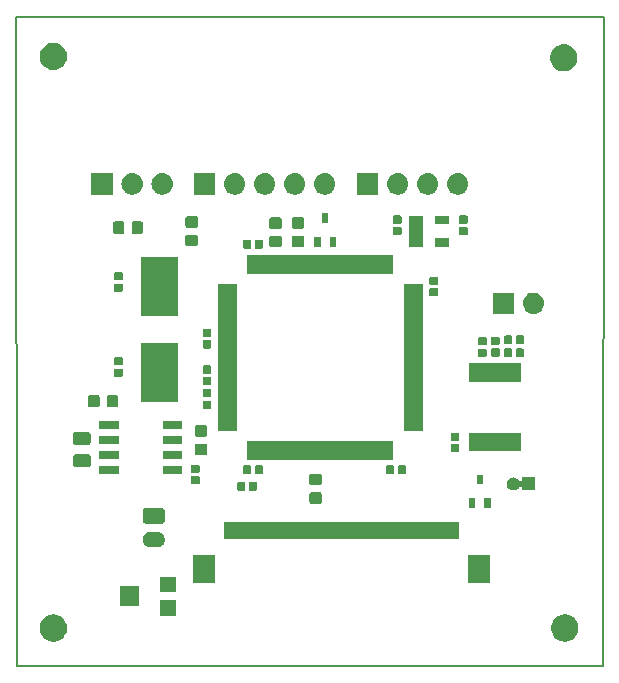
<source format=gbr>
G04 #@! TF.GenerationSoftware,KiCad,Pcbnew,5.1.0*
G04 #@! TF.CreationDate,2019-05-01T02:44:57+08:00*
G04 #@! TF.ProjectId,reflow-toaster-mainboard,7265666c-6f77-42d7-946f-61737465722d,rev?*
G04 #@! TF.SameCoordinates,Original*
G04 #@! TF.FileFunction,Soldermask,Top*
G04 #@! TF.FilePolarity,Negative*
%FSLAX46Y46*%
G04 Gerber Fmt 4.6, Leading zero omitted, Abs format (unit mm)*
G04 Created by KiCad (PCBNEW 5.1.0) date 2019-05-01 02:44:57*
%MOMM*%
%LPD*%
G04 APERTURE LIST*
%ADD10C,0.150000*%
%ADD11C,0.100000*%
G04 APERTURE END LIST*
D10*
X171000000Y-54500000D02*
X121200000Y-54500000D01*
X121300000Y-109400000D02*
X121200000Y-54500000D01*
X170900000Y-109400000D02*
X121300000Y-109400000D01*
X171000000Y-54500000D02*
X170900000Y-109400000D01*
D11*
G36*
X167924549Y-105071116D02*
G01*
X168035734Y-105093232D01*
X168245203Y-105179997D01*
X168433720Y-105305960D01*
X168594040Y-105466280D01*
X168720003Y-105654797D01*
X168806768Y-105864266D01*
X168851000Y-106086636D01*
X168851000Y-106313364D01*
X168806768Y-106535734D01*
X168720003Y-106745203D01*
X168594040Y-106933720D01*
X168433720Y-107094040D01*
X168245203Y-107220003D01*
X168035734Y-107306768D01*
X167924549Y-107328884D01*
X167813365Y-107351000D01*
X167586635Y-107351000D01*
X167475451Y-107328884D01*
X167364266Y-107306768D01*
X167154797Y-107220003D01*
X166966280Y-107094040D01*
X166805960Y-106933720D01*
X166679997Y-106745203D01*
X166593232Y-106535734D01*
X166549000Y-106313364D01*
X166549000Y-106086636D01*
X166593232Y-105864266D01*
X166679997Y-105654797D01*
X166805960Y-105466280D01*
X166966280Y-105305960D01*
X167154797Y-105179997D01*
X167364266Y-105093232D01*
X167475451Y-105071116D01*
X167586635Y-105049000D01*
X167813365Y-105049000D01*
X167924549Y-105071116D01*
X167924549Y-105071116D01*
G37*
G36*
X124624549Y-105071116D02*
G01*
X124735734Y-105093232D01*
X124945203Y-105179997D01*
X125133720Y-105305960D01*
X125294040Y-105466280D01*
X125420003Y-105654797D01*
X125506768Y-105864266D01*
X125551000Y-106086636D01*
X125551000Y-106313364D01*
X125506768Y-106535734D01*
X125420003Y-106745203D01*
X125294040Y-106933720D01*
X125133720Y-107094040D01*
X124945203Y-107220003D01*
X124735734Y-107306768D01*
X124624549Y-107328884D01*
X124513365Y-107351000D01*
X124286635Y-107351000D01*
X124175451Y-107328884D01*
X124064266Y-107306768D01*
X123854797Y-107220003D01*
X123666280Y-107094040D01*
X123505960Y-106933720D01*
X123379997Y-106745203D01*
X123293232Y-106535734D01*
X123249000Y-106313364D01*
X123249000Y-106086636D01*
X123293232Y-105864266D01*
X123379997Y-105654797D01*
X123505960Y-105466280D01*
X123666280Y-105305960D01*
X123854797Y-105179997D01*
X124064266Y-105093232D01*
X124175451Y-105071116D01*
X124286635Y-105049000D01*
X124513365Y-105049000D01*
X124624549Y-105071116D01*
X124624549Y-105071116D01*
G37*
G36*
X134751000Y-105151000D02*
G01*
X133449000Y-105151000D01*
X133449000Y-103849000D01*
X134751000Y-103849000D01*
X134751000Y-105151000D01*
X134751000Y-105151000D01*
G37*
G36*
X131651000Y-104351000D02*
G01*
X130049000Y-104351000D01*
X130049000Y-102649000D01*
X131651000Y-102649000D01*
X131651000Y-104351000D01*
X131651000Y-104351000D01*
G37*
G36*
X134751000Y-103151000D02*
G01*
X133449000Y-103151000D01*
X133449000Y-101849000D01*
X134751000Y-101849000D01*
X134751000Y-103151000D01*
X134751000Y-103151000D01*
G37*
G36*
X161401000Y-102351000D02*
G01*
X159499000Y-102351000D01*
X159499000Y-100049000D01*
X161401000Y-100049000D01*
X161401000Y-102351000D01*
X161401000Y-102351000D01*
G37*
G36*
X138101000Y-102351000D02*
G01*
X136199000Y-102351000D01*
X136199000Y-100049000D01*
X138101000Y-100049000D01*
X138101000Y-102351000D01*
X138101000Y-102351000D01*
G37*
G36*
X133238855Y-98052140D02*
G01*
X133302618Y-98058420D01*
X133393404Y-98085960D01*
X133425336Y-98095646D01*
X133538425Y-98156094D01*
X133637554Y-98237446D01*
X133718906Y-98336575D01*
X133779354Y-98449664D01*
X133779355Y-98449668D01*
X133816580Y-98572382D01*
X133829149Y-98700000D01*
X133816580Y-98827618D01*
X133789040Y-98918404D01*
X133779354Y-98950336D01*
X133718906Y-99063425D01*
X133637554Y-99162554D01*
X133538425Y-99243906D01*
X133425336Y-99304354D01*
X133393404Y-99314040D01*
X133302618Y-99341580D01*
X133238855Y-99347860D01*
X133206974Y-99351000D01*
X132593026Y-99351000D01*
X132561145Y-99347860D01*
X132497382Y-99341580D01*
X132406596Y-99314040D01*
X132374664Y-99304354D01*
X132261575Y-99243906D01*
X132162446Y-99162554D01*
X132081094Y-99063425D01*
X132020646Y-98950336D01*
X132010960Y-98918404D01*
X131983420Y-98827618D01*
X131970851Y-98700000D01*
X131983420Y-98572382D01*
X132020645Y-98449668D01*
X132020646Y-98449664D01*
X132081094Y-98336575D01*
X132162446Y-98237446D01*
X132261575Y-98156094D01*
X132374664Y-98095646D01*
X132406596Y-98085960D01*
X132497382Y-98058420D01*
X132561145Y-98052140D01*
X132593026Y-98049000D01*
X133206974Y-98049000D01*
X133238855Y-98052140D01*
X133238855Y-98052140D01*
G37*
G36*
X158751000Y-98651000D02*
G01*
X138849000Y-98651000D01*
X138849000Y-97249000D01*
X158751000Y-97249000D01*
X158751000Y-98651000D01*
X158751000Y-98651000D01*
G37*
G36*
X133666242Y-96053404D02*
G01*
X133703337Y-96064657D01*
X133737515Y-96082925D01*
X133767481Y-96107519D01*
X133792075Y-96137485D01*
X133810343Y-96171663D01*
X133821596Y-96208758D01*
X133826000Y-96253474D01*
X133826000Y-97146526D01*
X133821596Y-97191242D01*
X133810343Y-97228337D01*
X133792075Y-97262515D01*
X133767481Y-97292481D01*
X133737515Y-97317075D01*
X133703337Y-97335343D01*
X133666242Y-97346596D01*
X133621526Y-97351000D01*
X132178474Y-97351000D01*
X132133758Y-97346596D01*
X132096663Y-97335343D01*
X132062485Y-97317075D01*
X132032519Y-97292481D01*
X132007925Y-97262515D01*
X131989657Y-97228337D01*
X131978404Y-97191242D01*
X131974000Y-97146526D01*
X131974000Y-96253474D01*
X131978404Y-96208758D01*
X131989657Y-96171663D01*
X132007925Y-96137485D01*
X132032519Y-96107519D01*
X132062485Y-96082925D01*
X132096663Y-96064657D01*
X132133758Y-96053404D01*
X132178474Y-96049000D01*
X133621526Y-96049000D01*
X133666242Y-96053404D01*
X133666242Y-96053404D01*
G37*
G36*
X160126000Y-96001000D02*
G01*
X159574000Y-96001000D01*
X159574000Y-95199000D01*
X160126000Y-95199000D01*
X160126000Y-96001000D01*
X160126000Y-96001000D01*
G37*
G36*
X161426000Y-96001000D02*
G01*
X160874000Y-96001000D01*
X160874000Y-95199000D01*
X161426000Y-95199000D01*
X161426000Y-96001000D01*
X161426000Y-96001000D01*
G37*
G36*
X146979591Y-94703085D02*
G01*
X147013569Y-94713393D01*
X147044890Y-94730134D01*
X147072339Y-94752661D01*
X147094866Y-94780110D01*
X147111607Y-94811431D01*
X147121915Y-94845409D01*
X147126000Y-94886890D01*
X147126000Y-95488110D01*
X147121915Y-95529591D01*
X147111607Y-95563569D01*
X147094866Y-95594890D01*
X147072339Y-95622339D01*
X147044890Y-95644866D01*
X147013569Y-95661607D01*
X146979591Y-95671915D01*
X146938110Y-95676000D01*
X146261890Y-95676000D01*
X146220409Y-95671915D01*
X146186431Y-95661607D01*
X146155110Y-95644866D01*
X146127661Y-95622339D01*
X146105134Y-95594890D01*
X146088393Y-95563569D01*
X146078085Y-95529591D01*
X146074000Y-95488110D01*
X146074000Y-94886890D01*
X146078085Y-94845409D01*
X146088393Y-94811431D01*
X146105134Y-94780110D01*
X146127661Y-94752661D01*
X146155110Y-94730134D01*
X146186431Y-94713393D01*
X146220409Y-94703085D01*
X146261890Y-94699000D01*
X146938110Y-94699000D01*
X146979591Y-94703085D01*
X146979591Y-94703085D01*
G37*
G36*
X140571938Y-93831716D02*
G01*
X140592557Y-93837971D01*
X140611553Y-93848124D01*
X140628208Y-93861792D01*
X140641876Y-93878447D01*
X140652029Y-93897443D01*
X140658284Y-93918062D01*
X140661000Y-93945640D01*
X140661000Y-94454360D01*
X140658284Y-94481938D01*
X140652029Y-94502557D01*
X140641876Y-94521553D01*
X140628208Y-94538208D01*
X140611553Y-94551876D01*
X140592557Y-94562029D01*
X140571938Y-94568284D01*
X140544360Y-94571000D01*
X140085640Y-94571000D01*
X140058062Y-94568284D01*
X140037443Y-94562029D01*
X140018447Y-94551876D01*
X140001792Y-94538208D01*
X139988124Y-94521553D01*
X139977971Y-94502557D01*
X139971716Y-94481938D01*
X139969000Y-94454360D01*
X139969000Y-93945640D01*
X139971716Y-93918062D01*
X139977971Y-93897443D01*
X139988124Y-93878447D01*
X140001792Y-93861792D01*
X140018447Y-93848124D01*
X140037443Y-93837971D01*
X140058062Y-93831716D01*
X140085640Y-93829000D01*
X140544360Y-93829000D01*
X140571938Y-93831716D01*
X140571938Y-93831716D01*
G37*
G36*
X141541938Y-93831716D02*
G01*
X141562557Y-93837971D01*
X141581553Y-93848124D01*
X141598208Y-93861792D01*
X141611876Y-93878447D01*
X141622029Y-93897443D01*
X141628284Y-93918062D01*
X141631000Y-93945640D01*
X141631000Y-94454360D01*
X141628284Y-94481938D01*
X141622029Y-94502557D01*
X141611876Y-94521553D01*
X141598208Y-94538208D01*
X141581553Y-94551876D01*
X141562557Y-94562029D01*
X141541938Y-94568284D01*
X141514360Y-94571000D01*
X141055640Y-94571000D01*
X141028062Y-94568284D01*
X141007443Y-94562029D01*
X140988447Y-94551876D01*
X140971792Y-94538208D01*
X140958124Y-94521553D01*
X140947971Y-94502557D01*
X140941716Y-94481938D01*
X140939000Y-94454360D01*
X140939000Y-93945640D01*
X140941716Y-93918062D01*
X140947971Y-93897443D01*
X140958124Y-93878447D01*
X140971792Y-93861792D01*
X140988447Y-93848124D01*
X141007443Y-93837971D01*
X141028062Y-93831716D01*
X141055640Y-93829000D01*
X141514360Y-93829000D01*
X141541938Y-93831716D01*
X141541938Y-93831716D01*
G37*
G36*
X163438015Y-93456973D02*
G01*
X163541879Y-93488479D01*
X163569055Y-93503005D01*
X163637600Y-93539643D01*
X163721501Y-93608499D01*
X163790356Y-93692400D01*
X163813764Y-93736193D01*
X163827375Y-93756563D01*
X163844702Y-93773890D01*
X163865076Y-93787504D01*
X163887715Y-93796881D01*
X163911748Y-93801662D01*
X163936252Y-93801662D01*
X163960286Y-93796882D01*
X163982924Y-93787505D01*
X164003299Y-93773891D01*
X164020626Y-93756564D01*
X164034240Y-93736190D01*
X164043617Y-93713551D01*
X164048398Y-93689518D01*
X164049000Y-93677265D01*
X164049000Y-93449000D01*
X165151000Y-93449000D01*
X165151000Y-94551000D01*
X164049000Y-94551000D01*
X164049000Y-94322735D01*
X164046598Y-94298349D01*
X164039485Y-94274900D01*
X164027934Y-94253289D01*
X164012389Y-94234347D01*
X163993447Y-94218802D01*
X163971836Y-94207251D01*
X163948387Y-94200138D01*
X163924001Y-94197736D01*
X163899615Y-94200138D01*
X163876166Y-94207251D01*
X163854555Y-94218802D01*
X163835613Y-94234347D01*
X163820068Y-94253289D01*
X163813767Y-94263802D01*
X163790356Y-94307600D01*
X163790355Y-94307601D01*
X163721501Y-94391501D01*
X163637600Y-94460357D01*
X163574445Y-94494114D01*
X163541879Y-94511521D01*
X163438015Y-94543027D01*
X163357067Y-94551000D01*
X163302933Y-94551000D01*
X163221985Y-94543027D01*
X163118121Y-94511521D01*
X163085555Y-94494114D01*
X163022400Y-94460357D01*
X162938499Y-94391501D01*
X162869643Y-94307600D01*
X162830489Y-94234347D01*
X162818479Y-94211879D01*
X162786973Y-94108015D01*
X162776334Y-94000000D01*
X162786973Y-93891985D01*
X162818479Y-93788121D01*
X162858338Y-93713551D01*
X162869643Y-93692400D01*
X162938499Y-93608499D01*
X163022400Y-93539643D01*
X163090945Y-93503005D01*
X163118121Y-93488479D01*
X163221985Y-93456973D01*
X163302933Y-93449000D01*
X163357067Y-93449000D01*
X163438015Y-93456973D01*
X163438015Y-93456973D01*
G37*
G36*
X146979591Y-93128085D02*
G01*
X147013569Y-93138393D01*
X147044890Y-93155134D01*
X147072339Y-93177661D01*
X147094866Y-93205110D01*
X147111607Y-93236431D01*
X147121915Y-93270409D01*
X147126000Y-93311890D01*
X147126000Y-93913110D01*
X147121915Y-93954591D01*
X147111607Y-93988569D01*
X147094866Y-94019890D01*
X147072339Y-94047339D01*
X147044890Y-94069866D01*
X147013569Y-94086607D01*
X146979591Y-94096915D01*
X146938110Y-94101000D01*
X146261890Y-94101000D01*
X146220409Y-94096915D01*
X146186431Y-94086607D01*
X146155110Y-94069866D01*
X146127661Y-94047339D01*
X146105134Y-94019890D01*
X146088393Y-93988569D01*
X146078085Y-93954591D01*
X146074000Y-93913110D01*
X146074000Y-93311890D01*
X146078085Y-93270409D01*
X146088393Y-93236431D01*
X146105134Y-93205110D01*
X146127661Y-93177661D01*
X146155110Y-93155134D01*
X146186431Y-93138393D01*
X146220409Y-93128085D01*
X146261890Y-93124000D01*
X146938110Y-93124000D01*
X146979591Y-93128085D01*
X146979591Y-93128085D01*
G37*
G36*
X136681938Y-93341716D02*
G01*
X136702557Y-93347971D01*
X136721553Y-93358124D01*
X136738208Y-93371792D01*
X136751876Y-93388447D01*
X136762029Y-93407443D01*
X136768284Y-93428062D01*
X136771000Y-93455640D01*
X136771000Y-93914360D01*
X136768284Y-93941938D01*
X136762029Y-93962557D01*
X136751876Y-93981553D01*
X136738208Y-93998208D01*
X136721553Y-94011876D01*
X136702557Y-94022029D01*
X136681938Y-94028284D01*
X136654360Y-94031000D01*
X136145640Y-94031000D01*
X136118062Y-94028284D01*
X136097443Y-94022029D01*
X136078447Y-94011876D01*
X136061792Y-93998208D01*
X136048124Y-93981553D01*
X136037971Y-93962557D01*
X136031716Y-93941938D01*
X136029000Y-93914360D01*
X136029000Y-93455640D01*
X136031716Y-93428062D01*
X136037971Y-93407443D01*
X136048124Y-93388447D01*
X136061792Y-93371792D01*
X136078447Y-93358124D01*
X136097443Y-93347971D01*
X136118062Y-93341716D01*
X136145640Y-93339000D01*
X136654360Y-93339000D01*
X136681938Y-93341716D01*
X136681938Y-93341716D01*
G37*
G36*
X160776000Y-94001000D02*
G01*
X160224000Y-94001000D01*
X160224000Y-93199000D01*
X160776000Y-93199000D01*
X160776000Y-94001000D01*
X160776000Y-94001000D01*
G37*
G36*
X142041938Y-92431716D02*
G01*
X142062557Y-92437971D01*
X142081553Y-92448124D01*
X142098208Y-92461792D01*
X142111876Y-92478447D01*
X142122029Y-92497443D01*
X142128284Y-92518062D01*
X142131000Y-92545640D01*
X142131000Y-93054360D01*
X142128284Y-93081938D01*
X142122029Y-93102557D01*
X142111876Y-93121553D01*
X142098208Y-93138208D01*
X142081553Y-93151876D01*
X142062557Y-93162029D01*
X142041938Y-93168284D01*
X142014360Y-93171000D01*
X141555640Y-93171000D01*
X141528062Y-93168284D01*
X141507443Y-93162029D01*
X141488447Y-93151876D01*
X141471792Y-93138208D01*
X141458124Y-93121553D01*
X141447971Y-93102557D01*
X141441716Y-93081938D01*
X141439000Y-93054360D01*
X141439000Y-92545640D01*
X141441716Y-92518062D01*
X141447971Y-92497443D01*
X141458124Y-92478447D01*
X141471792Y-92461792D01*
X141488447Y-92448124D01*
X141507443Y-92437971D01*
X141528062Y-92431716D01*
X141555640Y-92429000D01*
X142014360Y-92429000D01*
X142041938Y-92431716D01*
X142041938Y-92431716D01*
G37*
G36*
X154141938Y-92431716D02*
G01*
X154162557Y-92437971D01*
X154181553Y-92448124D01*
X154198208Y-92461792D01*
X154211876Y-92478447D01*
X154222029Y-92497443D01*
X154228284Y-92518062D01*
X154231000Y-92545640D01*
X154231000Y-93054360D01*
X154228284Y-93081938D01*
X154222029Y-93102557D01*
X154211876Y-93121553D01*
X154198208Y-93138208D01*
X154181553Y-93151876D01*
X154162557Y-93162029D01*
X154141938Y-93168284D01*
X154114360Y-93171000D01*
X153655640Y-93171000D01*
X153628062Y-93168284D01*
X153607443Y-93162029D01*
X153588447Y-93151876D01*
X153571792Y-93138208D01*
X153558124Y-93121553D01*
X153547971Y-93102557D01*
X153541716Y-93081938D01*
X153539000Y-93054360D01*
X153539000Y-92545640D01*
X153541716Y-92518062D01*
X153547971Y-92497443D01*
X153558124Y-92478447D01*
X153571792Y-92461792D01*
X153588447Y-92448124D01*
X153607443Y-92437971D01*
X153628062Y-92431716D01*
X153655640Y-92429000D01*
X154114360Y-92429000D01*
X154141938Y-92431716D01*
X154141938Y-92431716D01*
G37*
G36*
X153171938Y-92431716D02*
G01*
X153192557Y-92437971D01*
X153211553Y-92448124D01*
X153228208Y-92461792D01*
X153241876Y-92478447D01*
X153252029Y-92497443D01*
X153258284Y-92518062D01*
X153261000Y-92545640D01*
X153261000Y-93054360D01*
X153258284Y-93081938D01*
X153252029Y-93102557D01*
X153241876Y-93121553D01*
X153228208Y-93138208D01*
X153211553Y-93151876D01*
X153192557Y-93162029D01*
X153171938Y-93168284D01*
X153144360Y-93171000D01*
X152685640Y-93171000D01*
X152658062Y-93168284D01*
X152637443Y-93162029D01*
X152618447Y-93151876D01*
X152601792Y-93138208D01*
X152588124Y-93121553D01*
X152577971Y-93102557D01*
X152571716Y-93081938D01*
X152569000Y-93054360D01*
X152569000Y-92545640D01*
X152571716Y-92518062D01*
X152577971Y-92497443D01*
X152588124Y-92478447D01*
X152601792Y-92461792D01*
X152618447Y-92448124D01*
X152637443Y-92437971D01*
X152658062Y-92431716D01*
X152685640Y-92429000D01*
X153144360Y-92429000D01*
X153171938Y-92431716D01*
X153171938Y-92431716D01*
G37*
G36*
X141071938Y-92431716D02*
G01*
X141092557Y-92437971D01*
X141111553Y-92448124D01*
X141128208Y-92461792D01*
X141141876Y-92478447D01*
X141152029Y-92497443D01*
X141158284Y-92518062D01*
X141161000Y-92545640D01*
X141161000Y-93054360D01*
X141158284Y-93081938D01*
X141152029Y-93102557D01*
X141141876Y-93121553D01*
X141128208Y-93138208D01*
X141111553Y-93151876D01*
X141092557Y-93162029D01*
X141071938Y-93168284D01*
X141044360Y-93171000D01*
X140585640Y-93171000D01*
X140558062Y-93168284D01*
X140537443Y-93162029D01*
X140518447Y-93151876D01*
X140501792Y-93138208D01*
X140488124Y-93121553D01*
X140477971Y-93102557D01*
X140471716Y-93081938D01*
X140469000Y-93054360D01*
X140469000Y-92545640D01*
X140471716Y-92518062D01*
X140477971Y-92497443D01*
X140488124Y-92478447D01*
X140501792Y-92461792D01*
X140518447Y-92448124D01*
X140537443Y-92437971D01*
X140558062Y-92431716D01*
X140585640Y-92429000D01*
X141044360Y-92429000D01*
X141071938Y-92431716D01*
X141071938Y-92431716D01*
G37*
G36*
X135326000Y-93156000D02*
G01*
X133674000Y-93156000D01*
X133674000Y-92454000D01*
X135326000Y-92454000D01*
X135326000Y-93156000D01*
X135326000Y-93156000D01*
G37*
G36*
X129926000Y-93156000D02*
G01*
X128274000Y-93156000D01*
X128274000Y-92454000D01*
X129926000Y-92454000D01*
X129926000Y-93156000D01*
X129926000Y-93156000D01*
G37*
G36*
X136681938Y-92371716D02*
G01*
X136702557Y-92377971D01*
X136721553Y-92388124D01*
X136738208Y-92401792D01*
X136751876Y-92418447D01*
X136762029Y-92437443D01*
X136768284Y-92458062D01*
X136771000Y-92485640D01*
X136771000Y-92944360D01*
X136768284Y-92971938D01*
X136762029Y-92992557D01*
X136751876Y-93011553D01*
X136738208Y-93028208D01*
X136721553Y-93041876D01*
X136702557Y-93052029D01*
X136681938Y-93058284D01*
X136654360Y-93061000D01*
X136145640Y-93061000D01*
X136118062Y-93058284D01*
X136097443Y-93052029D01*
X136078447Y-93041876D01*
X136061792Y-93028208D01*
X136048124Y-93011553D01*
X136037971Y-92992557D01*
X136031716Y-92971938D01*
X136029000Y-92944360D01*
X136029000Y-92485640D01*
X136031716Y-92458062D01*
X136037971Y-92437443D01*
X136048124Y-92418447D01*
X136061792Y-92401792D01*
X136078447Y-92388124D01*
X136097443Y-92377971D01*
X136118062Y-92371716D01*
X136145640Y-92369000D01*
X136654360Y-92369000D01*
X136681938Y-92371716D01*
X136681938Y-92371716D01*
G37*
G36*
X127384468Y-91503565D02*
G01*
X127423138Y-91515296D01*
X127458777Y-91534346D01*
X127490017Y-91559983D01*
X127515654Y-91591223D01*
X127534704Y-91626862D01*
X127546435Y-91665532D01*
X127551000Y-91711888D01*
X127551000Y-92363112D01*
X127546435Y-92409468D01*
X127534704Y-92448138D01*
X127515654Y-92483777D01*
X127490017Y-92515017D01*
X127458777Y-92540654D01*
X127423138Y-92559704D01*
X127384468Y-92571435D01*
X127338112Y-92576000D01*
X126261888Y-92576000D01*
X126215532Y-92571435D01*
X126176862Y-92559704D01*
X126141223Y-92540654D01*
X126109983Y-92515017D01*
X126084346Y-92483777D01*
X126065296Y-92448138D01*
X126053565Y-92409468D01*
X126049000Y-92363112D01*
X126049000Y-91711888D01*
X126053565Y-91665532D01*
X126065296Y-91626862D01*
X126084346Y-91591223D01*
X126109983Y-91559983D01*
X126141223Y-91534346D01*
X126176862Y-91515296D01*
X126215532Y-91503565D01*
X126261888Y-91499000D01*
X127338112Y-91499000D01*
X127384468Y-91503565D01*
X127384468Y-91503565D01*
G37*
G36*
X153191000Y-92001000D02*
G01*
X140809000Y-92001000D01*
X140809000Y-90399000D01*
X153191000Y-90399000D01*
X153191000Y-92001000D01*
X153191000Y-92001000D01*
G37*
G36*
X129926000Y-91886000D02*
G01*
X128274000Y-91886000D01*
X128274000Y-91184000D01*
X129926000Y-91184000D01*
X129926000Y-91886000D01*
X129926000Y-91886000D01*
G37*
G36*
X135326000Y-91886000D02*
G01*
X133674000Y-91886000D01*
X133674000Y-91184000D01*
X135326000Y-91184000D01*
X135326000Y-91886000D01*
X135326000Y-91886000D01*
G37*
G36*
X137279591Y-90603085D02*
G01*
X137313569Y-90613393D01*
X137344890Y-90630134D01*
X137372339Y-90652661D01*
X137394866Y-90680110D01*
X137411607Y-90711431D01*
X137421915Y-90745409D01*
X137426000Y-90786890D01*
X137426000Y-91388110D01*
X137421915Y-91429591D01*
X137411607Y-91463569D01*
X137394866Y-91494890D01*
X137372339Y-91522339D01*
X137344890Y-91544866D01*
X137313569Y-91561607D01*
X137279591Y-91571915D01*
X137238110Y-91576000D01*
X136561890Y-91576000D01*
X136520409Y-91571915D01*
X136486431Y-91561607D01*
X136455110Y-91544866D01*
X136427661Y-91522339D01*
X136405134Y-91494890D01*
X136388393Y-91463569D01*
X136378085Y-91429591D01*
X136374000Y-91388110D01*
X136374000Y-90786890D01*
X136378085Y-90745409D01*
X136388393Y-90711431D01*
X136405134Y-90680110D01*
X136427661Y-90652661D01*
X136455110Y-90630134D01*
X136486431Y-90613393D01*
X136520409Y-90603085D01*
X136561890Y-90599000D01*
X137238110Y-90599000D01*
X137279591Y-90603085D01*
X137279591Y-90603085D01*
G37*
G36*
X158681938Y-90641716D02*
G01*
X158702557Y-90647971D01*
X158721553Y-90658124D01*
X158738208Y-90671792D01*
X158751876Y-90688447D01*
X158762029Y-90707443D01*
X158768284Y-90728062D01*
X158771000Y-90755640D01*
X158771000Y-91214360D01*
X158768284Y-91241938D01*
X158762029Y-91262557D01*
X158751876Y-91281553D01*
X158738208Y-91298208D01*
X158721553Y-91311876D01*
X158702557Y-91322029D01*
X158681938Y-91328284D01*
X158654360Y-91331000D01*
X158145640Y-91331000D01*
X158118062Y-91328284D01*
X158097443Y-91322029D01*
X158078447Y-91311876D01*
X158061792Y-91298208D01*
X158048124Y-91281553D01*
X158037971Y-91262557D01*
X158031716Y-91241938D01*
X158029000Y-91214360D01*
X158029000Y-90755640D01*
X158031716Y-90728062D01*
X158037971Y-90707443D01*
X158048124Y-90688447D01*
X158061792Y-90671792D01*
X158078447Y-90658124D01*
X158097443Y-90647971D01*
X158118062Y-90641716D01*
X158145640Y-90639000D01*
X158654360Y-90639000D01*
X158681938Y-90641716D01*
X158681938Y-90641716D01*
G37*
G36*
X164026000Y-91226000D02*
G01*
X159574000Y-91226000D01*
X159574000Y-89674000D01*
X164026000Y-89674000D01*
X164026000Y-91226000D01*
X164026000Y-91226000D01*
G37*
G36*
X127384468Y-89628565D02*
G01*
X127423138Y-89640296D01*
X127458777Y-89659346D01*
X127490017Y-89684983D01*
X127515654Y-89716223D01*
X127534704Y-89751862D01*
X127546435Y-89790532D01*
X127551000Y-89836888D01*
X127551000Y-90488112D01*
X127546435Y-90534468D01*
X127534704Y-90573138D01*
X127515654Y-90608777D01*
X127490017Y-90640017D01*
X127458777Y-90665654D01*
X127423138Y-90684704D01*
X127384468Y-90696435D01*
X127338112Y-90701000D01*
X126261888Y-90701000D01*
X126215532Y-90696435D01*
X126176862Y-90684704D01*
X126141223Y-90665654D01*
X126109983Y-90640017D01*
X126084346Y-90608777D01*
X126065296Y-90573138D01*
X126053565Y-90534468D01*
X126049000Y-90488112D01*
X126049000Y-89836888D01*
X126053565Y-89790532D01*
X126065296Y-89751862D01*
X126084346Y-89716223D01*
X126109983Y-89684983D01*
X126141223Y-89659346D01*
X126176862Y-89640296D01*
X126215532Y-89628565D01*
X126261888Y-89624000D01*
X127338112Y-89624000D01*
X127384468Y-89628565D01*
X127384468Y-89628565D01*
G37*
G36*
X135326000Y-90616000D02*
G01*
X133674000Y-90616000D01*
X133674000Y-89914000D01*
X135326000Y-89914000D01*
X135326000Y-90616000D01*
X135326000Y-90616000D01*
G37*
G36*
X129926000Y-90616000D02*
G01*
X128274000Y-90616000D01*
X128274000Y-89914000D01*
X129926000Y-89914000D01*
X129926000Y-90616000D01*
X129926000Y-90616000D01*
G37*
G36*
X158681938Y-89671716D02*
G01*
X158702557Y-89677971D01*
X158721553Y-89688124D01*
X158738208Y-89701792D01*
X158751876Y-89718447D01*
X158762029Y-89737443D01*
X158768284Y-89758062D01*
X158771000Y-89785640D01*
X158771000Y-90244360D01*
X158768284Y-90271938D01*
X158762029Y-90292557D01*
X158751876Y-90311553D01*
X158738208Y-90328208D01*
X158721553Y-90341876D01*
X158702557Y-90352029D01*
X158681938Y-90358284D01*
X158654360Y-90361000D01*
X158145640Y-90361000D01*
X158118062Y-90358284D01*
X158097443Y-90352029D01*
X158078447Y-90341876D01*
X158061792Y-90328208D01*
X158048124Y-90311553D01*
X158037971Y-90292557D01*
X158031716Y-90271938D01*
X158029000Y-90244360D01*
X158029000Y-89785640D01*
X158031716Y-89758062D01*
X158037971Y-89737443D01*
X158048124Y-89718447D01*
X158061792Y-89701792D01*
X158078447Y-89688124D01*
X158097443Y-89677971D01*
X158118062Y-89671716D01*
X158145640Y-89669000D01*
X158654360Y-89669000D01*
X158681938Y-89671716D01*
X158681938Y-89671716D01*
G37*
G36*
X137279591Y-89028085D02*
G01*
X137313569Y-89038393D01*
X137344890Y-89055134D01*
X137372339Y-89077661D01*
X137394866Y-89105110D01*
X137411607Y-89136431D01*
X137421915Y-89170409D01*
X137426000Y-89211890D01*
X137426000Y-89813110D01*
X137421915Y-89854591D01*
X137411607Y-89888569D01*
X137394866Y-89919890D01*
X137372339Y-89947339D01*
X137344890Y-89969866D01*
X137313569Y-89986607D01*
X137279591Y-89996915D01*
X137238110Y-90001000D01*
X136561890Y-90001000D01*
X136520409Y-89996915D01*
X136486431Y-89986607D01*
X136455110Y-89969866D01*
X136427661Y-89947339D01*
X136405134Y-89919890D01*
X136388393Y-89888569D01*
X136378085Y-89854591D01*
X136374000Y-89813110D01*
X136374000Y-89211890D01*
X136378085Y-89170409D01*
X136388393Y-89136431D01*
X136405134Y-89105110D01*
X136427661Y-89077661D01*
X136455110Y-89055134D01*
X136486431Y-89038393D01*
X136520409Y-89028085D01*
X136561890Y-89024000D01*
X137238110Y-89024000D01*
X137279591Y-89028085D01*
X137279591Y-89028085D01*
G37*
G36*
X139901000Y-89491000D02*
G01*
X138299000Y-89491000D01*
X138299000Y-77109000D01*
X139901000Y-77109000D01*
X139901000Y-89491000D01*
X139901000Y-89491000D01*
G37*
G36*
X155701000Y-89491000D02*
G01*
X154099000Y-89491000D01*
X154099000Y-77109000D01*
X155701000Y-77109000D01*
X155701000Y-89491000D01*
X155701000Y-89491000D01*
G37*
G36*
X135326000Y-89346000D02*
G01*
X133674000Y-89346000D01*
X133674000Y-88644000D01*
X135326000Y-88644000D01*
X135326000Y-89346000D01*
X135326000Y-89346000D01*
G37*
G36*
X129926000Y-89346000D02*
G01*
X128274000Y-89346000D01*
X128274000Y-88644000D01*
X129926000Y-88644000D01*
X129926000Y-89346000D01*
X129926000Y-89346000D01*
G37*
G36*
X137681938Y-86941716D02*
G01*
X137702557Y-86947971D01*
X137721553Y-86958124D01*
X137738208Y-86971792D01*
X137751876Y-86988447D01*
X137762029Y-87007443D01*
X137768284Y-87028062D01*
X137771000Y-87055640D01*
X137771000Y-87514360D01*
X137768284Y-87541938D01*
X137762029Y-87562557D01*
X137751876Y-87581553D01*
X137738208Y-87598208D01*
X137721553Y-87611876D01*
X137702557Y-87622029D01*
X137681938Y-87628284D01*
X137654360Y-87631000D01*
X137145640Y-87631000D01*
X137118062Y-87628284D01*
X137097443Y-87622029D01*
X137078447Y-87611876D01*
X137061792Y-87598208D01*
X137048124Y-87581553D01*
X137037971Y-87562557D01*
X137031716Y-87541938D01*
X137029000Y-87514360D01*
X137029000Y-87055640D01*
X137031716Y-87028062D01*
X137037971Y-87007443D01*
X137048124Y-86988447D01*
X137061792Y-86971792D01*
X137078447Y-86958124D01*
X137097443Y-86947971D01*
X137118062Y-86941716D01*
X137145640Y-86939000D01*
X137654360Y-86939000D01*
X137681938Y-86941716D01*
X137681938Y-86941716D01*
G37*
G36*
X129729591Y-86478085D02*
G01*
X129763569Y-86488393D01*
X129794890Y-86505134D01*
X129822339Y-86527661D01*
X129844866Y-86555110D01*
X129861607Y-86586431D01*
X129871915Y-86620409D01*
X129876000Y-86661890D01*
X129876000Y-87338110D01*
X129871915Y-87379591D01*
X129861607Y-87413569D01*
X129844866Y-87444890D01*
X129822339Y-87472339D01*
X129794890Y-87494866D01*
X129763569Y-87511607D01*
X129729591Y-87521915D01*
X129688110Y-87526000D01*
X129086890Y-87526000D01*
X129045409Y-87521915D01*
X129011431Y-87511607D01*
X128980110Y-87494866D01*
X128952661Y-87472339D01*
X128930134Y-87444890D01*
X128913393Y-87413569D01*
X128903085Y-87379591D01*
X128899000Y-87338110D01*
X128899000Y-86661890D01*
X128903085Y-86620409D01*
X128913393Y-86586431D01*
X128930134Y-86555110D01*
X128952661Y-86527661D01*
X128980110Y-86505134D01*
X129011431Y-86488393D01*
X129045409Y-86478085D01*
X129086890Y-86474000D01*
X129688110Y-86474000D01*
X129729591Y-86478085D01*
X129729591Y-86478085D01*
G37*
G36*
X128154591Y-86478085D02*
G01*
X128188569Y-86488393D01*
X128219890Y-86505134D01*
X128247339Y-86527661D01*
X128269866Y-86555110D01*
X128286607Y-86586431D01*
X128296915Y-86620409D01*
X128301000Y-86661890D01*
X128301000Y-87338110D01*
X128296915Y-87379591D01*
X128286607Y-87413569D01*
X128269866Y-87444890D01*
X128247339Y-87472339D01*
X128219890Y-87494866D01*
X128188569Y-87511607D01*
X128154591Y-87521915D01*
X128113110Y-87526000D01*
X127511890Y-87526000D01*
X127470409Y-87521915D01*
X127436431Y-87511607D01*
X127405110Y-87494866D01*
X127377661Y-87472339D01*
X127355134Y-87444890D01*
X127338393Y-87413569D01*
X127328085Y-87379591D01*
X127324000Y-87338110D01*
X127324000Y-86661890D01*
X127328085Y-86620409D01*
X127338393Y-86586431D01*
X127355134Y-86555110D01*
X127377661Y-86527661D01*
X127405110Y-86505134D01*
X127436431Y-86488393D01*
X127470409Y-86478085D01*
X127511890Y-86474000D01*
X128113110Y-86474000D01*
X128154591Y-86478085D01*
X128154591Y-86478085D01*
G37*
G36*
X134951000Y-87051000D02*
G01*
X131849000Y-87051000D01*
X131849000Y-82049000D01*
X134951000Y-82049000D01*
X134951000Y-87051000D01*
X134951000Y-87051000D01*
G37*
G36*
X137681938Y-85971716D02*
G01*
X137702557Y-85977971D01*
X137721553Y-85988124D01*
X137738208Y-86001792D01*
X137751876Y-86018447D01*
X137762029Y-86037443D01*
X137768284Y-86058062D01*
X137771000Y-86085640D01*
X137771000Y-86544360D01*
X137768284Y-86571938D01*
X137762029Y-86592557D01*
X137751876Y-86611553D01*
X137738208Y-86628208D01*
X137721553Y-86641876D01*
X137702557Y-86652029D01*
X137681938Y-86658284D01*
X137654360Y-86661000D01*
X137145640Y-86661000D01*
X137118062Y-86658284D01*
X137097443Y-86652029D01*
X137078447Y-86641876D01*
X137061792Y-86628208D01*
X137048124Y-86611553D01*
X137037971Y-86592557D01*
X137031716Y-86571938D01*
X137029000Y-86544360D01*
X137029000Y-86085640D01*
X137031716Y-86058062D01*
X137037971Y-86037443D01*
X137048124Y-86018447D01*
X137061792Y-86001792D01*
X137078447Y-85988124D01*
X137097443Y-85977971D01*
X137118062Y-85971716D01*
X137145640Y-85969000D01*
X137654360Y-85969000D01*
X137681938Y-85971716D01*
X137681938Y-85971716D01*
G37*
G36*
X137681938Y-84941716D02*
G01*
X137702557Y-84947971D01*
X137721553Y-84958124D01*
X137738208Y-84971792D01*
X137751876Y-84988447D01*
X137762029Y-85007443D01*
X137768284Y-85028062D01*
X137771000Y-85055640D01*
X137771000Y-85514360D01*
X137768284Y-85541938D01*
X137762029Y-85562557D01*
X137751876Y-85581553D01*
X137738208Y-85598208D01*
X137721553Y-85611876D01*
X137702557Y-85622029D01*
X137681938Y-85628284D01*
X137654360Y-85631000D01*
X137145640Y-85631000D01*
X137118062Y-85628284D01*
X137097443Y-85622029D01*
X137078447Y-85611876D01*
X137061792Y-85598208D01*
X137048124Y-85581553D01*
X137037971Y-85562557D01*
X137031716Y-85541938D01*
X137029000Y-85514360D01*
X137029000Y-85055640D01*
X137031716Y-85028062D01*
X137037971Y-85007443D01*
X137048124Y-84988447D01*
X137061792Y-84971792D01*
X137078447Y-84958124D01*
X137097443Y-84947971D01*
X137118062Y-84941716D01*
X137145640Y-84939000D01*
X137654360Y-84939000D01*
X137681938Y-84941716D01*
X137681938Y-84941716D01*
G37*
G36*
X164026000Y-85326000D02*
G01*
X159574000Y-85326000D01*
X159574000Y-83774000D01*
X164026000Y-83774000D01*
X164026000Y-85326000D01*
X164026000Y-85326000D01*
G37*
G36*
X130181938Y-84241716D02*
G01*
X130202557Y-84247971D01*
X130221553Y-84258124D01*
X130238208Y-84271792D01*
X130251876Y-84288447D01*
X130262029Y-84307443D01*
X130268284Y-84328062D01*
X130271000Y-84355640D01*
X130271000Y-84814360D01*
X130268284Y-84841938D01*
X130262029Y-84862557D01*
X130251876Y-84881553D01*
X130238208Y-84898208D01*
X130221553Y-84911876D01*
X130202557Y-84922029D01*
X130181938Y-84928284D01*
X130154360Y-84931000D01*
X129645640Y-84931000D01*
X129618062Y-84928284D01*
X129597443Y-84922029D01*
X129578447Y-84911876D01*
X129561792Y-84898208D01*
X129548124Y-84881553D01*
X129537971Y-84862557D01*
X129531716Y-84841938D01*
X129529000Y-84814360D01*
X129529000Y-84355640D01*
X129531716Y-84328062D01*
X129537971Y-84307443D01*
X129548124Y-84288447D01*
X129561792Y-84271792D01*
X129578447Y-84258124D01*
X129597443Y-84247971D01*
X129618062Y-84241716D01*
X129645640Y-84239000D01*
X130154360Y-84239000D01*
X130181938Y-84241716D01*
X130181938Y-84241716D01*
G37*
G36*
X137681938Y-83971716D02*
G01*
X137702557Y-83977971D01*
X137721553Y-83988124D01*
X137738208Y-84001792D01*
X137751876Y-84018447D01*
X137762029Y-84037443D01*
X137768284Y-84058062D01*
X137771000Y-84085640D01*
X137771000Y-84544360D01*
X137768284Y-84571938D01*
X137762029Y-84592557D01*
X137751876Y-84611553D01*
X137738208Y-84628208D01*
X137721553Y-84641876D01*
X137702557Y-84652029D01*
X137681938Y-84658284D01*
X137654360Y-84661000D01*
X137145640Y-84661000D01*
X137118062Y-84658284D01*
X137097443Y-84652029D01*
X137078447Y-84641876D01*
X137061792Y-84628208D01*
X137048124Y-84611553D01*
X137037971Y-84592557D01*
X137031716Y-84571938D01*
X137029000Y-84544360D01*
X137029000Y-84085640D01*
X137031716Y-84058062D01*
X137037971Y-84037443D01*
X137048124Y-84018447D01*
X137061792Y-84001792D01*
X137078447Y-83988124D01*
X137097443Y-83977971D01*
X137118062Y-83971716D01*
X137145640Y-83969000D01*
X137654360Y-83969000D01*
X137681938Y-83971716D01*
X137681938Y-83971716D01*
G37*
G36*
X130181938Y-83271716D02*
G01*
X130202557Y-83277971D01*
X130221553Y-83288124D01*
X130238208Y-83301792D01*
X130251876Y-83318447D01*
X130262029Y-83337443D01*
X130268284Y-83358062D01*
X130271000Y-83385640D01*
X130271000Y-83844360D01*
X130268284Y-83871938D01*
X130262029Y-83892557D01*
X130251876Y-83911553D01*
X130238208Y-83928208D01*
X130221553Y-83941876D01*
X130202557Y-83952029D01*
X130181938Y-83958284D01*
X130154360Y-83961000D01*
X129645640Y-83961000D01*
X129618062Y-83958284D01*
X129597443Y-83952029D01*
X129578447Y-83941876D01*
X129561792Y-83928208D01*
X129548124Y-83911553D01*
X129537971Y-83892557D01*
X129531716Y-83871938D01*
X129529000Y-83844360D01*
X129529000Y-83385640D01*
X129531716Y-83358062D01*
X129537971Y-83337443D01*
X129548124Y-83318447D01*
X129561792Y-83301792D01*
X129578447Y-83288124D01*
X129597443Y-83277971D01*
X129618062Y-83271716D01*
X129645640Y-83269000D01*
X130154360Y-83269000D01*
X130181938Y-83271716D01*
X130181938Y-83271716D01*
G37*
G36*
X163156938Y-82531716D02*
G01*
X163177557Y-82537971D01*
X163196553Y-82548124D01*
X163213208Y-82561792D01*
X163226876Y-82578447D01*
X163237029Y-82597443D01*
X163243284Y-82618062D01*
X163246000Y-82645640D01*
X163246000Y-83154360D01*
X163243284Y-83181938D01*
X163237029Y-83202557D01*
X163226876Y-83221553D01*
X163213208Y-83238208D01*
X163196553Y-83251876D01*
X163177557Y-83262029D01*
X163156938Y-83268284D01*
X163129360Y-83271000D01*
X162670640Y-83271000D01*
X162643062Y-83268284D01*
X162622443Y-83262029D01*
X162603447Y-83251876D01*
X162586792Y-83238208D01*
X162573124Y-83221553D01*
X162562971Y-83202557D01*
X162556716Y-83181938D01*
X162554000Y-83154360D01*
X162554000Y-82645640D01*
X162556716Y-82618062D01*
X162562971Y-82597443D01*
X162573124Y-82578447D01*
X162586792Y-82561792D01*
X162603447Y-82548124D01*
X162622443Y-82537971D01*
X162643062Y-82531716D01*
X162670640Y-82529000D01*
X163129360Y-82529000D01*
X163156938Y-82531716D01*
X163156938Y-82531716D01*
G37*
G36*
X164126938Y-82531716D02*
G01*
X164147557Y-82537971D01*
X164166553Y-82548124D01*
X164183208Y-82561792D01*
X164196876Y-82578447D01*
X164207029Y-82597443D01*
X164213284Y-82618062D01*
X164216000Y-82645640D01*
X164216000Y-83154360D01*
X164213284Y-83181938D01*
X164207029Y-83202557D01*
X164196876Y-83221553D01*
X164183208Y-83238208D01*
X164166553Y-83251876D01*
X164147557Y-83262029D01*
X164126938Y-83268284D01*
X164099360Y-83271000D01*
X163640640Y-83271000D01*
X163613062Y-83268284D01*
X163592443Y-83262029D01*
X163573447Y-83251876D01*
X163556792Y-83238208D01*
X163543124Y-83221553D01*
X163532971Y-83202557D01*
X163526716Y-83181938D01*
X163524000Y-83154360D01*
X163524000Y-82645640D01*
X163526716Y-82618062D01*
X163532971Y-82597443D01*
X163543124Y-82578447D01*
X163556792Y-82561792D01*
X163573447Y-82548124D01*
X163592443Y-82537971D01*
X163613062Y-82531716D01*
X163640640Y-82529000D01*
X164099360Y-82529000D01*
X164126938Y-82531716D01*
X164126938Y-82531716D01*
G37*
G36*
X160981938Y-82556716D02*
G01*
X161002557Y-82562971D01*
X161021553Y-82573124D01*
X161038208Y-82586792D01*
X161051876Y-82603447D01*
X161062029Y-82622443D01*
X161068284Y-82643062D01*
X161071000Y-82670640D01*
X161071000Y-83129360D01*
X161068284Y-83156938D01*
X161062029Y-83177557D01*
X161051876Y-83196553D01*
X161038208Y-83213208D01*
X161021553Y-83226876D01*
X161002557Y-83237029D01*
X160981938Y-83243284D01*
X160954360Y-83246000D01*
X160445640Y-83246000D01*
X160418062Y-83243284D01*
X160397443Y-83237029D01*
X160378447Y-83226876D01*
X160361792Y-83213208D01*
X160348124Y-83196553D01*
X160337971Y-83177557D01*
X160331716Y-83156938D01*
X160329000Y-83129360D01*
X160329000Y-82670640D01*
X160331716Y-82643062D01*
X160337971Y-82622443D01*
X160348124Y-82603447D01*
X160361792Y-82586792D01*
X160378447Y-82573124D01*
X160397443Y-82562971D01*
X160418062Y-82556716D01*
X160445640Y-82554000D01*
X160954360Y-82554000D01*
X160981938Y-82556716D01*
X160981938Y-82556716D01*
G37*
G36*
X162081938Y-82526716D02*
G01*
X162102557Y-82532971D01*
X162121553Y-82543124D01*
X162138208Y-82556792D01*
X162151876Y-82573447D01*
X162162029Y-82592443D01*
X162168284Y-82613062D01*
X162171000Y-82640640D01*
X162171000Y-83099360D01*
X162168284Y-83126938D01*
X162162029Y-83147557D01*
X162151876Y-83166553D01*
X162138208Y-83183208D01*
X162121553Y-83196876D01*
X162102557Y-83207029D01*
X162081938Y-83213284D01*
X162054360Y-83216000D01*
X161545640Y-83216000D01*
X161518062Y-83213284D01*
X161497443Y-83207029D01*
X161478447Y-83196876D01*
X161461792Y-83183208D01*
X161448124Y-83166553D01*
X161437971Y-83147557D01*
X161431716Y-83126938D01*
X161429000Y-83099360D01*
X161429000Y-82640640D01*
X161431716Y-82613062D01*
X161437971Y-82592443D01*
X161448124Y-82573447D01*
X161461792Y-82556792D01*
X161478447Y-82543124D01*
X161497443Y-82532971D01*
X161518062Y-82526716D01*
X161545640Y-82524000D01*
X162054360Y-82524000D01*
X162081938Y-82526716D01*
X162081938Y-82526716D01*
G37*
G36*
X137681938Y-81841716D02*
G01*
X137702557Y-81847971D01*
X137721553Y-81858124D01*
X137738208Y-81871792D01*
X137751876Y-81888447D01*
X137762029Y-81907443D01*
X137768284Y-81928062D01*
X137771000Y-81955640D01*
X137771000Y-82414360D01*
X137768284Y-82441938D01*
X137762029Y-82462557D01*
X137751876Y-82481553D01*
X137738208Y-82498208D01*
X137721553Y-82511876D01*
X137702557Y-82522029D01*
X137681938Y-82528284D01*
X137654360Y-82531000D01*
X137145640Y-82531000D01*
X137118062Y-82528284D01*
X137097443Y-82522029D01*
X137078447Y-82511876D01*
X137061792Y-82498208D01*
X137048124Y-82481553D01*
X137037971Y-82462557D01*
X137031716Y-82441938D01*
X137029000Y-82414360D01*
X137029000Y-81955640D01*
X137031716Y-81928062D01*
X137037971Y-81907443D01*
X137048124Y-81888447D01*
X137061792Y-81871792D01*
X137078447Y-81858124D01*
X137097443Y-81847971D01*
X137118062Y-81841716D01*
X137145640Y-81839000D01*
X137654360Y-81839000D01*
X137681938Y-81841716D01*
X137681938Y-81841716D01*
G37*
G36*
X160981938Y-81586716D02*
G01*
X161002557Y-81592971D01*
X161021553Y-81603124D01*
X161038208Y-81616792D01*
X161051876Y-81633447D01*
X161062029Y-81652443D01*
X161068284Y-81673062D01*
X161071000Y-81700640D01*
X161071000Y-82159360D01*
X161068284Y-82186938D01*
X161062029Y-82207557D01*
X161051876Y-82226553D01*
X161038208Y-82243208D01*
X161021553Y-82256876D01*
X161002557Y-82267029D01*
X160981938Y-82273284D01*
X160954360Y-82276000D01*
X160445640Y-82276000D01*
X160418062Y-82273284D01*
X160397443Y-82267029D01*
X160378447Y-82256876D01*
X160361792Y-82243208D01*
X160348124Y-82226553D01*
X160337971Y-82207557D01*
X160331716Y-82186938D01*
X160329000Y-82159360D01*
X160329000Y-81700640D01*
X160331716Y-81673062D01*
X160337971Y-81652443D01*
X160348124Y-81633447D01*
X160361792Y-81616792D01*
X160378447Y-81603124D01*
X160397443Y-81592971D01*
X160418062Y-81586716D01*
X160445640Y-81584000D01*
X160954360Y-81584000D01*
X160981938Y-81586716D01*
X160981938Y-81586716D01*
G37*
G36*
X162081938Y-81556716D02*
G01*
X162102557Y-81562971D01*
X162121553Y-81573124D01*
X162138208Y-81586792D01*
X162151876Y-81603447D01*
X162162029Y-81622443D01*
X162168284Y-81643062D01*
X162171000Y-81670640D01*
X162171000Y-82129360D01*
X162168284Y-82156938D01*
X162162029Y-82177557D01*
X162151876Y-82196553D01*
X162138208Y-82213208D01*
X162121553Y-82226876D01*
X162102557Y-82237029D01*
X162081938Y-82243284D01*
X162054360Y-82246000D01*
X161545640Y-82246000D01*
X161518062Y-82243284D01*
X161497443Y-82237029D01*
X161478447Y-82226876D01*
X161461792Y-82213208D01*
X161448124Y-82196553D01*
X161437971Y-82177557D01*
X161431716Y-82156938D01*
X161429000Y-82129360D01*
X161429000Y-81670640D01*
X161431716Y-81643062D01*
X161437971Y-81622443D01*
X161448124Y-81603447D01*
X161461792Y-81586792D01*
X161478447Y-81573124D01*
X161497443Y-81562971D01*
X161518062Y-81556716D01*
X161545640Y-81554000D01*
X162054360Y-81554000D01*
X162081938Y-81556716D01*
X162081938Y-81556716D01*
G37*
G36*
X164141938Y-81431716D02*
G01*
X164162557Y-81437971D01*
X164181553Y-81448124D01*
X164198208Y-81461792D01*
X164211876Y-81478447D01*
X164222029Y-81497443D01*
X164228284Y-81518062D01*
X164231000Y-81545640D01*
X164231000Y-82054360D01*
X164228284Y-82081938D01*
X164222029Y-82102557D01*
X164211876Y-82121553D01*
X164198208Y-82138208D01*
X164181553Y-82151876D01*
X164162557Y-82162029D01*
X164141938Y-82168284D01*
X164114360Y-82171000D01*
X163655640Y-82171000D01*
X163628062Y-82168284D01*
X163607443Y-82162029D01*
X163588447Y-82151876D01*
X163571792Y-82138208D01*
X163558124Y-82121553D01*
X163547971Y-82102557D01*
X163541716Y-82081938D01*
X163539000Y-82054360D01*
X163539000Y-81545640D01*
X163541716Y-81518062D01*
X163547971Y-81497443D01*
X163558124Y-81478447D01*
X163571792Y-81461792D01*
X163588447Y-81448124D01*
X163607443Y-81437971D01*
X163628062Y-81431716D01*
X163655640Y-81429000D01*
X164114360Y-81429000D01*
X164141938Y-81431716D01*
X164141938Y-81431716D01*
G37*
G36*
X163171938Y-81431716D02*
G01*
X163192557Y-81437971D01*
X163211553Y-81448124D01*
X163228208Y-81461792D01*
X163241876Y-81478447D01*
X163252029Y-81497443D01*
X163258284Y-81518062D01*
X163261000Y-81545640D01*
X163261000Y-82054360D01*
X163258284Y-82081938D01*
X163252029Y-82102557D01*
X163241876Y-82121553D01*
X163228208Y-82138208D01*
X163211553Y-82151876D01*
X163192557Y-82162029D01*
X163171938Y-82168284D01*
X163144360Y-82171000D01*
X162685640Y-82171000D01*
X162658062Y-82168284D01*
X162637443Y-82162029D01*
X162618447Y-82151876D01*
X162601792Y-82138208D01*
X162588124Y-82121553D01*
X162577971Y-82102557D01*
X162571716Y-82081938D01*
X162569000Y-82054360D01*
X162569000Y-81545640D01*
X162571716Y-81518062D01*
X162577971Y-81497443D01*
X162588124Y-81478447D01*
X162601792Y-81461792D01*
X162618447Y-81448124D01*
X162637443Y-81437971D01*
X162658062Y-81431716D01*
X162685640Y-81429000D01*
X163144360Y-81429000D01*
X163171938Y-81431716D01*
X163171938Y-81431716D01*
G37*
G36*
X137681938Y-80871716D02*
G01*
X137702557Y-80877971D01*
X137721553Y-80888124D01*
X137738208Y-80901792D01*
X137751876Y-80918447D01*
X137762029Y-80937443D01*
X137768284Y-80958062D01*
X137771000Y-80985640D01*
X137771000Y-81444360D01*
X137768284Y-81471938D01*
X137762029Y-81492557D01*
X137751876Y-81511553D01*
X137738208Y-81528208D01*
X137721553Y-81541876D01*
X137702557Y-81552029D01*
X137681938Y-81558284D01*
X137654360Y-81561000D01*
X137145640Y-81561000D01*
X137118062Y-81558284D01*
X137097443Y-81552029D01*
X137078447Y-81541876D01*
X137061792Y-81528208D01*
X137048124Y-81511553D01*
X137037971Y-81492557D01*
X137031716Y-81471938D01*
X137029000Y-81444360D01*
X137029000Y-80985640D01*
X137031716Y-80958062D01*
X137037971Y-80937443D01*
X137048124Y-80918447D01*
X137061792Y-80901792D01*
X137078447Y-80888124D01*
X137097443Y-80877971D01*
X137118062Y-80871716D01*
X137145640Y-80869000D01*
X137654360Y-80869000D01*
X137681938Y-80871716D01*
X137681938Y-80871716D01*
G37*
G36*
X134951000Y-79751000D02*
G01*
X131849000Y-79751000D01*
X131849000Y-74749000D01*
X134951000Y-74749000D01*
X134951000Y-79751000D01*
X134951000Y-79751000D01*
G37*
G36*
X165150443Y-77805519D02*
G01*
X165216627Y-77812037D01*
X165386466Y-77863557D01*
X165542991Y-77947222D01*
X165578729Y-77976552D01*
X165680186Y-78059814D01*
X165763448Y-78161271D01*
X165792778Y-78197009D01*
X165876443Y-78353534D01*
X165927963Y-78523373D01*
X165945359Y-78700000D01*
X165927963Y-78876627D01*
X165876443Y-79046466D01*
X165792778Y-79202991D01*
X165763448Y-79238729D01*
X165680186Y-79340186D01*
X165578729Y-79423448D01*
X165542991Y-79452778D01*
X165386466Y-79536443D01*
X165216627Y-79587963D01*
X165150442Y-79594482D01*
X165084260Y-79601000D01*
X164995740Y-79601000D01*
X164929558Y-79594482D01*
X164863373Y-79587963D01*
X164693534Y-79536443D01*
X164537009Y-79452778D01*
X164501271Y-79423448D01*
X164399814Y-79340186D01*
X164316552Y-79238729D01*
X164287222Y-79202991D01*
X164203557Y-79046466D01*
X164152037Y-78876627D01*
X164134641Y-78700000D01*
X164152037Y-78523373D01*
X164203557Y-78353534D01*
X164287222Y-78197009D01*
X164316552Y-78161271D01*
X164399814Y-78059814D01*
X164501271Y-77976552D01*
X164537009Y-77947222D01*
X164693534Y-77863557D01*
X164863373Y-77812037D01*
X164929557Y-77805519D01*
X164995740Y-77799000D01*
X165084260Y-77799000D01*
X165150443Y-77805519D01*
X165150443Y-77805519D01*
G37*
G36*
X163401000Y-79601000D02*
G01*
X161599000Y-79601000D01*
X161599000Y-77799000D01*
X163401000Y-77799000D01*
X163401000Y-79601000D01*
X163401000Y-79601000D01*
G37*
G36*
X156881938Y-77426716D02*
G01*
X156902557Y-77432971D01*
X156921553Y-77443124D01*
X156938208Y-77456792D01*
X156951876Y-77473447D01*
X156962029Y-77492443D01*
X156968284Y-77513062D01*
X156971000Y-77540640D01*
X156971000Y-77999360D01*
X156968284Y-78026938D01*
X156962029Y-78047557D01*
X156951876Y-78066553D01*
X156938208Y-78083208D01*
X156921553Y-78096876D01*
X156902557Y-78107029D01*
X156881938Y-78113284D01*
X156854360Y-78116000D01*
X156345640Y-78116000D01*
X156318062Y-78113284D01*
X156297443Y-78107029D01*
X156278447Y-78096876D01*
X156261792Y-78083208D01*
X156248124Y-78066553D01*
X156237971Y-78047557D01*
X156231716Y-78026938D01*
X156229000Y-77999360D01*
X156229000Y-77540640D01*
X156231716Y-77513062D01*
X156237971Y-77492443D01*
X156248124Y-77473447D01*
X156261792Y-77456792D01*
X156278447Y-77443124D01*
X156297443Y-77432971D01*
X156318062Y-77426716D01*
X156345640Y-77424000D01*
X156854360Y-77424000D01*
X156881938Y-77426716D01*
X156881938Y-77426716D01*
G37*
G36*
X130181938Y-77041716D02*
G01*
X130202557Y-77047971D01*
X130221553Y-77058124D01*
X130238208Y-77071792D01*
X130251876Y-77088447D01*
X130262029Y-77107443D01*
X130268284Y-77128062D01*
X130271000Y-77155640D01*
X130271000Y-77614360D01*
X130268284Y-77641938D01*
X130262029Y-77662557D01*
X130251876Y-77681553D01*
X130238208Y-77698208D01*
X130221553Y-77711876D01*
X130202557Y-77722029D01*
X130181938Y-77728284D01*
X130154360Y-77731000D01*
X129645640Y-77731000D01*
X129618062Y-77728284D01*
X129597443Y-77722029D01*
X129578447Y-77711876D01*
X129561792Y-77698208D01*
X129548124Y-77681553D01*
X129537971Y-77662557D01*
X129531716Y-77641938D01*
X129529000Y-77614360D01*
X129529000Y-77155640D01*
X129531716Y-77128062D01*
X129537971Y-77107443D01*
X129548124Y-77088447D01*
X129561792Y-77071792D01*
X129578447Y-77058124D01*
X129597443Y-77047971D01*
X129618062Y-77041716D01*
X129645640Y-77039000D01*
X130154360Y-77039000D01*
X130181938Y-77041716D01*
X130181938Y-77041716D01*
G37*
G36*
X156881938Y-76456716D02*
G01*
X156902557Y-76462971D01*
X156921553Y-76473124D01*
X156938208Y-76486792D01*
X156951876Y-76503447D01*
X156962029Y-76522443D01*
X156968284Y-76543062D01*
X156971000Y-76570640D01*
X156971000Y-77029360D01*
X156968284Y-77056938D01*
X156962029Y-77077557D01*
X156951876Y-77096553D01*
X156938208Y-77113208D01*
X156921553Y-77126876D01*
X156902557Y-77137029D01*
X156881938Y-77143284D01*
X156854360Y-77146000D01*
X156345640Y-77146000D01*
X156318062Y-77143284D01*
X156297443Y-77137029D01*
X156278447Y-77126876D01*
X156261792Y-77113208D01*
X156248124Y-77096553D01*
X156237971Y-77077557D01*
X156231716Y-77056938D01*
X156229000Y-77029360D01*
X156229000Y-76570640D01*
X156231716Y-76543062D01*
X156237971Y-76522443D01*
X156248124Y-76503447D01*
X156261792Y-76486792D01*
X156278447Y-76473124D01*
X156297443Y-76462971D01*
X156318062Y-76456716D01*
X156345640Y-76454000D01*
X156854360Y-76454000D01*
X156881938Y-76456716D01*
X156881938Y-76456716D01*
G37*
G36*
X130181938Y-76071716D02*
G01*
X130202557Y-76077971D01*
X130221553Y-76088124D01*
X130238208Y-76101792D01*
X130251876Y-76118447D01*
X130262029Y-76137443D01*
X130268284Y-76158062D01*
X130271000Y-76185640D01*
X130271000Y-76644360D01*
X130268284Y-76671938D01*
X130262029Y-76692557D01*
X130251876Y-76711553D01*
X130238208Y-76728208D01*
X130221553Y-76741876D01*
X130202557Y-76752029D01*
X130181938Y-76758284D01*
X130154360Y-76761000D01*
X129645640Y-76761000D01*
X129618062Y-76758284D01*
X129597443Y-76752029D01*
X129578447Y-76741876D01*
X129561792Y-76728208D01*
X129548124Y-76711553D01*
X129537971Y-76692557D01*
X129531716Y-76671938D01*
X129529000Y-76644360D01*
X129529000Y-76185640D01*
X129531716Y-76158062D01*
X129537971Y-76137443D01*
X129548124Y-76118447D01*
X129561792Y-76101792D01*
X129578447Y-76088124D01*
X129597443Y-76077971D01*
X129618062Y-76071716D01*
X129645640Y-76069000D01*
X130154360Y-76069000D01*
X130181938Y-76071716D01*
X130181938Y-76071716D01*
G37*
G36*
X153191000Y-76201000D02*
G01*
X140809000Y-76201000D01*
X140809000Y-74599000D01*
X153191000Y-74599000D01*
X153191000Y-76201000D01*
X153191000Y-76201000D01*
G37*
G36*
X141071938Y-73331716D02*
G01*
X141092557Y-73337971D01*
X141111553Y-73348124D01*
X141128208Y-73361792D01*
X141141876Y-73378447D01*
X141152029Y-73397443D01*
X141158284Y-73418062D01*
X141161000Y-73445640D01*
X141161000Y-73954360D01*
X141158284Y-73981938D01*
X141152029Y-74002557D01*
X141141876Y-74021553D01*
X141128208Y-74038208D01*
X141111553Y-74051876D01*
X141092557Y-74062029D01*
X141071938Y-74068284D01*
X141044360Y-74071000D01*
X140585640Y-74071000D01*
X140558062Y-74068284D01*
X140537443Y-74062029D01*
X140518447Y-74051876D01*
X140501792Y-74038208D01*
X140488124Y-74021553D01*
X140477971Y-74002557D01*
X140471716Y-73981938D01*
X140469000Y-73954360D01*
X140469000Y-73445640D01*
X140471716Y-73418062D01*
X140477971Y-73397443D01*
X140488124Y-73378447D01*
X140501792Y-73361792D01*
X140518447Y-73348124D01*
X140537443Y-73337971D01*
X140558062Y-73331716D01*
X140585640Y-73329000D01*
X141044360Y-73329000D01*
X141071938Y-73331716D01*
X141071938Y-73331716D01*
G37*
G36*
X142041938Y-73331716D02*
G01*
X142062557Y-73337971D01*
X142081553Y-73348124D01*
X142098208Y-73361792D01*
X142111876Y-73378447D01*
X142122029Y-73397443D01*
X142128284Y-73418062D01*
X142131000Y-73445640D01*
X142131000Y-73954360D01*
X142128284Y-73981938D01*
X142122029Y-74002557D01*
X142111876Y-74021553D01*
X142098208Y-74038208D01*
X142081553Y-74051876D01*
X142062557Y-74062029D01*
X142041938Y-74068284D01*
X142014360Y-74071000D01*
X141555640Y-74071000D01*
X141528062Y-74068284D01*
X141507443Y-74062029D01*
X141488447Y-74051876D01*
X141471792Y-74038208D01*
X141458124Y-74021553D01*
X141447971Y-74002557D01*
X141441716Y-73981938D01*
X141439000Y-73954360D01*
X141439000Y-73445640D01*
X141441716Y-73418062D01*
X141447971Y-73397443D01*
X141458124Y-73378447D01*
X141471792Y-73361792D01*
X141488447Y-73348124D01*
X141507443Y-73337971D01*
X141528062Y-73331716D01*
X141555640Y-73329000D01*
X142014360Y-73329000D01*
X142041938Y-73331716D01*
X142041938Y-73331716D01*
G37*
G36*
X143579591Y-73003085D02*
G01*
X143613569Y-73013393D01*
X143644890Y-73030134D01*
X143672339Y-73052661D01*
X143694866Y-73080110D01*
X143711607Y-73111431D01*
X143721915Y-73145409D01*
X143726000Y-73186890D01*
X143726000Y-73788110D01*
X143721915Y-73829591D01*
X143711607Y-73863569D01*
X143694866Y-73894890D01*
X143672339Y-73922339D01*
X143644890Y-73944866D01*
X143613569Y-73961607D01*
X143579591Y-73971915D01*
X143538110Y-73976000D01*
X142861890Y-73976000D01*
X142820409Y-73971915D01*
X142786431Y-73961607D01*
X142755110Y-73944866D01*
X142727661Y-73922339D01*
X142705134Y-73894890D01*
X142688393Y-73863569D01*
X142678085Y-73829591D01*
X142674000Y-73788110D01*
X142674000Y-73186890D01*
X142678085Y-73145409D01*
X142688393Y-73111431D01*
X142705134Y-73080110D01*
X142727661Y-73052661D01*
X142755110Y-73030134D01*
X142786431Y-73013393D01*
X142820409Y-73003085D01*
X142861890Y-72999000D01*
X143538110Y-72999000D01*
X143579591Y-73003085D01*
X143579591Y-73003085D01*
G37*
G36*
X145479591Y-72990585D02*
G01*
X145513569Y-73000893D01*
X145544890Y-73017634D01*
X145572339Y-73040161D01*
X145594866Y-73067610D01*
X145611607Y-73098931D01*
X145621915Y-73132909D01*
X145626000Y-73174390D01*
X145626000Y-73775610D01*
X145621915Y-73817091D01*
X145611607Y-73851069D01*
X145594866Y-73882390D01*
X145572339Y-73909839D01*
X145544890Y-73932366D01*
X145513569Y-73949107D01*
X145479591Y-73959415D01*
X145438110Y-73963500D01*
X144761890Y-73963500D01*
X144720409Y-73959415D01*
X144686431Y-73949107D01*
X144655110Y-73932366D01*
X144627661Y-73909839D01*
X144605134Y-73882390D01*
X144588393Y-73851069D01*
X144578085Y-73817091D01*
X144574000Y-73775610D01*
X144574000Y-73174390D01*
X144578085Y-73132909D01*
X144588393Y-73098931D01*
X144605134Y-73067610D01*
X144627661Y-73040161D01*
X144655110Y-73017634D01*
X144686431Y-73000893D01*
X144720409Y-72990585D01*
X144761890Y-72986500D01*
X145438110Y-72986500D01*
X145479591Y-72990585D01*
X145479591Y-72990585D01*
G37*
G36*
X157881000Y-73926000D02*
G01*
X156719000Y-73926000D01*
X156719000Y-73174000D01*
X157881000Y-73174000D01*
X157881000Y-73926000D01*
X157881000Y-73926000D01*
G37*
G36*
X155681000Y-73926000D02*
G01*
X154519000Y-73926000D01*
X154519000Y-71274000D01*
X155681000Y-71274000D01*
X155681000Y-73926000D01*
X155681000Y-73926000D01*
G37*
G36*
X148326000Y-73901000D02*
G01*
X147774000Y-73901000D01*
X147774000Y-73099000D01*
X148326000Y-73099000D01*
X148326000Y-73901000D01*
X148326000Y-73901000D01*
G37*
G36*
X147026000Y-73901000D02*
G01*
X146474000Y-73901000D01*
X146474000Y-73099000D01*
X147026000Y-73099000D01*
X147026000Y-73901000D01*
X147026000Y-73901000D01*
G37*
G36*
X136479591Y-72903085D02*
G01*
X136513569Y-72913393D01*
X136544890Y-72930134D01*
X136572339Y-72952661D01*
X136594866Y-72980110D01*
X136611607Y-73011431D01*
X136621915Y-73045409D01*
X136626000Y-73086890D01*
X136626000Y-73688110D01*
X136621915Y-73729591D01*
X136611607Y-73763569D01*
X136594866Y-73794890D01*
X136572339Y-73822339D01*
X136544890Y-73844866D01*
X136513569Y-73861607D01*
X136479591Y-73871915D01*
X136438110Y-73876000D01*
X135761890Y-73876000D01*
X135720409Y-73871915D01*
X135686431Y-73861607D01*
X135655110Y-73844866D01*
X135627661Y-73822339D01*
X135605134Y-73794890D01*
X135588393Y-73763569D01*
X135578085Y-73729591D01*
X135574000Y-73688110D01*
X135574000Y-73086890D01*
X135578085Y-73045409D01*
X135588393Y-73011431D01*
X135605134Y-72980110D01*
X135627661Y-72952661D01*
X135655110Y-72930134D01*
X135686431Y-72913393D01*
X135720409Y-72903085D01*
X135761890Y-72899000D01*
X136438110Y-72899000D01*
X136479591Y-72903085D01*
X136479591Y-72903085D01*
G37*
G36*
X159381938Y-72241716D02*
G01*
X159402557Y-72247971D01*
X159421553Y-72258124D01*
X159438208Y-72271792D01*
X159451876Y-72288447D01*
X159462029Y-72307443D01*
X159468284Y-72328062D01*
X159471000Y-72355640D01*
X159471000Y-72814360D01*
X159468284Y-72841938D01*
X159462029Y-72862557D01*
X159451876Y-72881553D01*
X159438208Y-72898208D01*
X159421553Y-72911876D01*
X159402557Y-72922029D01*
X159381938Y-72928284D01*
X159354360Y-72931000D01*
X158845640Y-72931000D01*
X158818062Y-72928284D01*
X158797443Y-72922029D01*
X158778447Y-72911876D01*
X158761792Y-72898208D01*
X158748124Y-72881553D01*
X158737971Y-72862557D01*
X158731716Y-72841938D01*
X158729000Y-72814360D01*
X158729000Y-72355640D01*
X158731716Y-72328062D01*
X158737971Y-72307443D01*
X158748124Y-72288447D01*
X158761792Y-72271792D01*
X158778447Y-72258124D01*
X158797443Y-72247971D01*
X158818062Y-72241716D01*
X158845640Y-72239000D01*
X159354360Y-72239000D01*
X159381938Y-72241716D01*
X159381938Y-72241716D01*
G37*
G36*
X153781938Y-72241716D02*
G01*
X153802557Y-72247971D01*
X153821553Y-72258124D01*
X153838208Y-72271792D01*
X153851876Y-72288447D01*
X153862029Y-72307443D01*
X153868284Y-72328062D01*
X153871000Y-72355640D01*
X153871000Y-72814360D01*
X153868284Y-72841938D01*
X153862029Y-72862557D01*
X153851876Y-72881553D01*
X153838208Y-72898208D01*
X153821553Y-72911876D01*
X153802557Y-72922029D01*
X153781938Y-72928284D01*
X153754360Y-72931000D01*
X153245640Y-72931000D01*
X153218062Y-72928284D01*
X153197443Y-72922029D01*
X153178447Y-72911876D01*
X153161792Y-72898208D01*
X153148124Y-72881553D01*
X153137971Y-72862557D01*
X153131716Y-72841938D01*
X153129000Y-72814360D01*
X153129000Y-72355640D01*
X153131716Y-72328062D01*
X153137971Y-72307443D01*
X153148124Y-72288447D01*
X153161792Y-72271792D01*
X153178447Y-72258124D01*
X153197443Y-72247971D01*
X153218062Y-72241716D01*
X153245640Y-72239000D01*
X153754360Y-72239000D01*
X153781938Y-72241716D01*
X153781938Y-72241716D01*
G37*
G36*
X131842091Y-71778085D02*
G01*
X131876069Y-71788393D01*
X131907390Y-71805134D01*
X131934839Y-71827661D01*
X131957366Y-71855110D01*
X131974107Y-71886431D01*
X131984415Y-71920409D01*
X131988500Y-71961890D01*
X131988500Y-72638110D01*
X131984415Y-72679591D01*
X131974107Y-72713569D01*
X131957366Y-72744890D01*
X131934839Y-72772339D01*
X131907390Y-72794866D01*
X131876069Y-72811607D01*
X131842091Y-72821915D01*
X131800610Y-72826000D01*
X131199390Y-72826000D01*
X131157909Y-72821915D01*
X131123931Y-72811607D01*
X131092610Y-72794866D01*
X131065161Y-72772339D01*
X131042634Y-72744890D01*
X131025893Y-72713569D01*
X131015585Y-72679591D01*
X131011500Y-72638110D01*
X131011500Y-71961890D01*
X131015585Y-71920409D01*
X131025893Y-71886431D01*
X131042634Y-71855110D01*
X131065161Y-71827661D01*
X131092610Y-71805134D01*
X131123931Y-71788393D01*
X131157909Y-71778085D01*
X131199390Y-71774000D01*
X131800610Y-71774000D01*
X131842091Y-71778085D01*
X131842091Y-71778085D01*
G37*
G36*
X130267091Y-71778085D02*
G01*
X130301069Y-71788393D01*
X130332390Y-71805134D01*
X130359839Y-71827661D01*
X130382366Y-71855110D01*
X130399107Y-71886431D01*
X130409415Y-71920409D01*
X130413500Y-71961890D01*
X130413500Y-72638110D01*
X130409415Y-72679591D01*
X130399107Y-72713569D01*
X130382366Y-72744890D01*
X130359839Y-72772339D01*
X130332390Y-72794866D01*
X130301069Y-72811607D01*
X130267091Y-72821915D01*
X130225610Y-72826000D01*
X129624390Y-72826000D01*
X129582909Y-72821915D01*
X129548931Y-72811607D01*
X129517610Y-72794866D01*
X129490161Y-72772339D01*
X129467634Y-72744890D01*
X129450893Y-72713569D01*
X129440585Y-72679591D01*
X129436500Y-72638110D01*
X129436500Y-71961890D01*
X129440585Y-71920409D01*
X129450893Y-71886431D01*
X129467634Y-71855110D01*
X129490161Y-71827661D01*
X129517610Y-71805134D01*
X129548931Y-71788393D01*
X129582909Y-71778085D01*
X129624390Y-71774000D01*
X130225610Y-71774000D01*
X130267091Y-71778085D01*
X130267091Y-71778085D01*
G37*
G36*
X143579591Y-71428085D02*
G01*
X143613569Y-71438393D01*
X143644890Y-71455134D01*
X143672339Y-71477661D01*
X143694866Y-71505110D01*
X143711607Y-71536431D01*
X143721915Y-71570409D01*
X143726000Y-71611890D01*
X143726000Y-72213110D01*
X143721915Y-72254591D01*
X143711607Y-72288569D01*
X143694866Y-72319890D01*
X143672339Y-72347339D01*
X143644890Y-72369866D01*
X143613569Y-72386607D01*
X143579591Y-72396915D01*
X143538110Y-72401000D01*
X142861890Y-72401000D01*
X142820409Y-72396915D01*
X142786431Y-72386607D01*
X142755110Y-72369866D01*
X142727661Y-72347339D01*
X142705134Y-72319890D01*
X142688393Y-72288569D01*
X142678085Y-72254591D01*
X142674000Y-72213110D01*
X142674000Y-71611890D01*
X142678085Y-71570409D01*
X142688393Y-71536431D01*
X142705134Y-71505110D01*
X142727661Y-71477661D01*
X142755110Y-71455134D01*
X142786431Y-71438393D01*
X142820409Y-71428085D01*
X142861890Y-71424000D01*
X143538110Y-71424000D01*
X143579591Y-71428085D01*
X143579591Y-71428085D01*
G37*
G36*
X145479591Y-71415585D02*
G01*
X145513569Y-71425893D01*
X145544890Y-71442634D01*
X145572339Y-71465161D01*
X145594866Y-71492610D01*
X145611607Y-71523931D01*
X145621915Y-71557909D01*
X145626000Y-71599390D01*
X145626000Y-72200610D01*
X145621915Y-72242091D01*
X145611607Y-72276069D01*
X145594866Y-72307390D01*
X145572339Y-72334839D01*
X145544890Y-72357366D01*
X145513569Y-72374107D01*
X145479591Y-72384415D01*
X145438110Y-72388500D01*
X144761890Y-72388500D01*
X144720409Y-72384415D01*
X144686431Y-72374107D01*
X144655110Y-72357366D01*
X144627661Y-72334839D01*
X144605134Y-72307390D01*
X144588393Y-72276069D01*
X144578085Y-72242091D01*
X144574000Y-72200610D01*
X144574000Y-71599390D01*
X144578085Y-71557909D01*
X144588393Y-71523931D01*
X144605134Y-71492610D01*
X144627661Y-71465161D01*
X144655110Y-71442634D01*
X144686431Y-71425893D01*
X144720409Y-71415585D01*
X144761890Y-71411500D01*
X145438110Y-71411500D01*
X145479591Y-71415585D01*
X145479591Y-71415585D01*
G37*
G36*
X136479591Y-71328085D02*
G01*
X136513569Y-71338393D01*
X136544890Y-71355134D01*
X136572339Y-71377661D01*
X136594866Y-71405110D01*
X136611607Y-71436431D01*
X136621915Y-71470409D01*
X136626000Y-71511890D01*
X136626000Y-72113110D01*
X136621915Y-72154591D01*
X136611607Y-72188569D01*
X136594866Y-72219890D01*
X136572339Y-72247339D01*
X136544890Y-72269866D01*
X136513569Y-72286607D01*
X136479591Y-72296915D01*
X136438110Y-72301000D01*
X135761890Y-72301000D01*
X135720409Y-72296915D01*
X135686431Y-72286607D01*
X135655110Y-72269866D01*
X135627661Y-72247339D01*
X135605134Y-72219890D01*
X135588393Y-72188569D01*
X135578085Y-72154591D01*
X135574000Y-72113110D01*
X135574000Y-71511890D01*
X135578085Y-71470409D01*
X135588393Y-71436431D01*
X135605134Y-71405110D01*
X135627661Y-71377661D01*
X135655110Y-71355134D01*
X135686431Y-71338393D01*
X135720409Y-71328085D01*
X135761890Y-71324000D01*
X136438110Y-71324000D01*
X136479591Y-71328085D01*
X136479591Y-71328085D01*
G37*
G36*
X157881000Y-72026000D02*
G01*
X156719000Y-72026000D01*
X156719000Y-71274000D01*
X157881000Y-71274000D01*
X157881000Y-72026000D01*
X157881000Y-72026000D01*
G37*
G36*
X159381938Y-71271716D02*
G01*
X159402557Y-71277971D01*
X159421553Y-71288124D01*
X159438208Y-71301792D01*
X159451876Y-71318447D01*
X159462029Y-71337443D01*
X159468284Y-71358062D01*
X159471000Y-71385640D01*
X159471000Y-71844360D01*
X159468284Y-71871938D01*
X159462029Y-71892557D01*
X159451876Y-71911553D01*
X159438208Y-71928208D01*
X159421553Y-71941876D01*
X159402557Y-71952029D01*
X159381938Y-71958284D01*
X159354360Y-71961000D01*
X158845640Y-71961000D01*
X158818062Y-71958284D01*
X158797443Y-71952029D01*
X158778447Y-71941876D01*
X158761792Y-71928208D01*
X158748124Y-71911553D01*
X158737971Y-71892557D01*
X158731716Y-71871938D01*
X158729000Y-71844360D01*
X158729000Y-71385640D01*
X158731716Y-71358062D01*
X158737971Y-71337443D01*
X158748124Y-71318447D01*
X158761792Y-71301792D01*
X158778447Y-71288124D01*
X158797443Y-71277971D01*
X158818062Y-71271716D01*
X158845640Y-71269000D01*
X159354360Y-71269000D01*
X159381938Y-71271716D01*
X159381938Y-71271716D01*
G37*
G36*
X153781938Y-71271716D02*
G01*
X153802557Y-71277971D01*
X153821553Y-71288124D01*
X153838208Y-71301792D01*
X153851876Y-71318447D01*
X153862029Y-71337443D01*
X153868284Y-71358062D01*
X153871000Y-71385640D01*
X153871000Y-71844360D01*
X153868284Y-71871938D01*
X153862029Y-71892557D01*
X153851876Y-71911553D01*
X153838208Y-71928208D01*
X153821553Y-71941876D01*
X153802557Y-71952029D01*
X153781938Y-71958284D01*
X153754360Y-71961000D01*
X153245640Y-71961000D01*
X153218062Y-71958284D01*
X153197443Y-71952029D01*
X153178447Y-71941876D01*
X153161792Y-71928208D01*
X153148124Y-71911553D01*
X153137971Y-71892557D01*
X153131716Y-71871938D01*
X153129000Y-71844360D01*
X153129000Y-71385640D01*
X153131716Y-71358062D01*
X153137971Y-71337443D01*
X153148124Y-71318447D01*
X153161792Y-71301792D01*
X153178447Y-71288124D01*
X153197443Y-71277971D01*
X153218062Y-71271716D01*
X153245640Y-71269000D01*
X153754360Y-71269000D01*
X153781938Y-71271716D01*
X153781938Y-71271716D01*
G37*
G36*
X147676000Y-71901000D02*
G01*
X147124000Y-71901000D01*
X147124000Y-71099000D01*
X147676000Y-71099000D01*
X147676000Y-71901000D01*
X147676000Y-71901000D01*
G37*
G36*
X144930443Y-67705519D02*
G01*
X144996627Y-67712037D01*
X145166466Y-67763557D01*
X145322991Y-67847222D01*
X145358729Y-67876552D01*
X145460186Y-67959814D01*
X145543448Y-68061271D01*
X145572778Y-68097009D01*
X145656443Y-68253534D01*
X145707963Y-68423373D01*
X145725359Y-68600000D01*
X145707963Y-68776627D01*
X145656443Y-68946466D01*
X145572778Y-69102991D01*
X145543448Y-69138729D01*
X145460186Y-69240186D01*
X145358729Y-69323448D01*
X145322991Y-69352778D01*
X145166466Y-69436443D01*
X144996627Y-69487963D01*
X144930443Y-69494481D01*
X144864260Y-69501000D01*
X144775740Y-69501000D01*
X144709557Y-69494481D01*
X144643373Y-69487963D01*
X144473534Y-69436443D01*
X144317009Y-69352778D01*
X144281271Y-69323448D01*
X144179814Y-69240186D01*
X144096552Y-69138729D01*
X144067222Y-69102991D01*
X143983557Y-68946466D01*
X143932037Y-68776627D01*
X143914641Y-68600000D01*
X143932037Y-68423373D01*
X143983557Y-68253534D01*
X144067222Y-68097009D01*
X144096552Y-68061271D01*
X144179814Y-67959814D01*
X144281271Y-67876552D01*
X144317009Y-67847222D01*
X144473534Y-67763557D01*
X144643373Y-67712037D01*
X144709557Y-67705519D01*
X144775740Y-67699000D01*
X144864260Y-67699000D01*
X144930443Y-67705519D01*
X144930443Y-67705519D01*
G37*
G36*
X158730443Y-67705519D02*
G01*
X158796627Y-67712037D01*
X158966466Y-67763557D01*
X159122991Y-67847222D01*
X159158729Y-67876552D01*
X159260186Y-67959814D01*
X159343448Y-68061271D01*
X159372778Y-68097009D01*
X159456443Y-68253534D01*
X159507963Y-68423373D01*
X159525359Y-68600000D01*
X159507963Y-68776627D01*
X159456443Y-68946466D01*
X159372778Y-69102991D01*
X159343448Y-69138729D01*
X159260186Y-69240186D01*
X159158729Y-69323448D01*
X159122991Y-69352778D01*
X158966466Y-69436443D01*
X158796627Y-69487963D01*
X158730443Y-69494481D01*
X158664260Y-69501000D01*
X158575740Y-69501000D01*
X158509557Y-69494481D01*
X158443373Y-69487963D01*
X158273534Y-69436443D01*
X158117009Y-69352778D01*
X158081271Y-69323448D01*
X157979814Y-69240186D01*
X157896552Y-69138729D01*
X157867222Y-69102991D01*
X157783557Y-68946466D01*
X157732037Y-68776627D01*
X157714641Y-68600000D01*
X157732037Y-68423373D01*
X157783557Y-68253534D01*
X157867222Y-68097009D01*
X157896552Y-68061271D01*
X157979814Y-67959814D01*
X158081271Y-67876552D01*
X158117009Y-67847222D01*
X158273534Y-67763557D01*
X158443373Y-67712037D01*
X158509557Y-67705519D01*
X158575740Y-67699000D01*
X158664260Y-67699000D01*
X158730443Y-67705519D01*
X158730443Y-67705519D01*
G37*
G36*
X142390443Y-67705519D02*
G01*
X142456627Y-67712037D01*
X142626466Y-67763557D01*
X142782991Y-67847222D01*
X142818729Y-67876552D01*
X142920186Y-67959814D01*
X143003448Y-68061271D01*
X143032778Y-68097009D01*
X143116443Y-68253534D01*
X143167963Y-68423373D01*
X143185359Y-68600000D01*
X143167963Y-68776627D01*
X143116443Y-68946466D01*
X143032778Y-69102991D01*
X143003448Y-69138729D01*
X142920186Y-69240186D01*
X142818729Y-69323448D01*
X142782991Y-69352778D01*
X142626466Y-69436443D01*
X142456627Y-69487963D01*
X142390443Y-69494481D01*
X142324260Y-69501000D01*
X142235740Y-69501000D01*
X142169557Y-69494481D01*
X142103373Y-69487963D01*
X141933534Y-69436443D01*
X141777009Y-69352778D01*
X141741271Y-69323448D01*
X141639814Y-69240186D01*
X141556552Y-69138729D01*
X141527222Y-69102991D01*
X141443557Y-68946466D01*
X141392037Y-68776627D01*
X141374641Y-68600000D01*
X141392037Y-68423373D01*
X141443557Y-68253534D01*
X141527222Y-68097009D01*
X141556552Y-68061271D01*
X141639814Y-67959814D01*
X141741271Y-67876552D01*
X141777009Y-67847222D01*
X141933534Y-67763557D01*
X142103373Y-67712037D01*
X142169557Y-67705519D01*
X142235740Y-67699000D01*
X142324260Y-67699000D01*
X142390443Y-67705519D01*
X142390443Y-67705519D01*
G37*
G36*
X139850443Y-67705519D02*
G01*
X139916627Y-67712037D01*
X140086466Y-67763557D01*
X140242991Y-67847222D01*
X140278729Y-67876552D01*
X140380186Y-67959814D01*
X140463448Y-68061271D01*
X140492778Y-68097009D01*
X140576443Y-68253534D01*
X140627963Y-68423373D01*
X140645359Y-68600000D01*
X140627963Y-68776627D01*
X140576443Y-68946466D01*
X140492778Y-69102991D01*
X140463448Y-69138729D01*
X140380186Y-69240186D01*
X140278729Y-69323448D01*
X140242991Y-69352778D01*
X140086466Y-69436443D01*
X139916627Y-69487963D01*
X139850443Y-69494481D01*
X139784260Y-69501000D01*
X139695740Y-69501000D01*
X139629557Y-69494481D01*
X139563373Y-69487963D01*
X139393534Y-69436443D01*
X139237009Y-69352778D01*
X139201271Y-69323448D01*
X139099814Y-69240186D01*
X139016552Y-69138729D01*
X138987222Y-69102991D01*
X138903557Y-68946466D01*
X138852037Y-68776627D01*
X138834641Y-68600000D01*
X138852037Y-68423373D01*
X138903557Y-68253534D01*
X138987222Y-68097009D01*
X139016552Y-68061271D01*
X139099814Y-67959814D01*
X139201271Y-67876552D01*
X139237009Y-67847222D01*
X139393534Y-67763557D01*
X139563373Y-67712037D01*
X139629557Y-67705519D01*
X139695740Y-67699000D01*
X139784260Y-67699000D01*
X139850443Y-67705519D01*
X139850443Y-67705519D01*
G37*
G36*
X138101000Y-69501000D02*
G01*
X136299000Y-69501000D01*
X136299000Y-67699000D01*
X138101000Y-67699000D01*
X138101000Y-69501000D01*
X138101000Y-69501000D01*
G37*
G36*
X147470443Y-67705519D02*
G01*
X147536627Y-67712037D01*
X147706466Y-67763557D01*
X147862991Y-67847222D01*
X147898729Y-67876552D01*
X148000186Y-67959814D01*
X148083448Y-68061271D01*
X148112778Y-68097009D01*
X148196443Y-68253534D01*
X148247963Y-68423373D01*
X148265359Y-68600000D01*
X148247963Y-68776627D01*
X148196443Y-68946466D01*
X148112778Y-69102991D01*
X148083448Y-69138729D01*
X148000186Y-69240186D01*
X147898729Y-69323448D01*
X147862991Y-69352778D01*
X147706466Y-69436443D01*
X147536627Y-69487963D01*
X147470443Y-69494481D01*
X147404260Y-69501000D01*
X147315740Y-69501000D01*
X147249557Y-69494481D01*
X147183373Y-69487963D01*
X147013534Y-69436443D01*
X146857009Y-69352778D01*
X146821271Y-69323448D01*
X146719814Y-69240186D01*
X146636552Y-69138729D01*
X146607222Y-69102991D01*
X146523557Y-68946466D01*
X146472037Y-68776627D01*
X146454641Y-68600000D01*
X146472037Y-68423373D01*
X146523557Y-68253534D01*
X146607222Y-68097009D01*
X146636552Y-68061271D01*
X146719814Y-67959814D01*
X146821271Y-67876552D01*
X146857009Y-67847222D01*
X147013534Y-67763557D01*
X147183373Y-67712037D01*
X147249557Y-67705519D01*
X147315740Y-67699000D01*
X147404260Y-67699000D01*
X147470443Y-67705519D01*
X147470443Y-67705519D01*
G37*
G36*
X129421000Y-69501000D02*
G01*
X127619000Y-69501000D01*
X127619000Y-67699000D01*
X129421000Y-67699000D01*
X129421000Y-69501000D01*
X129421000Y-69501000D01*
G37*
G36*
X131170443Y-67705519D02*
G01*
X131236627Y-67712037D01*
X131406466Y-67763557D01*
X131562991Y-67847222D01*
X131598729Y-67876552D01*
X131700186Y-67959814D01*
X131783448Y-68061271D01*
X131812778Y-68097009D01*
X131896443Y-68253534D01*
X131947963Y-68423373D01*
X131965359Y-68600000D01*
X131947963Y-68776627D01*
X131896443Y-68946466D01*
X131812778Y-69102991D01*
X131783448Y-69138729D01*
X131700186Y-69240186D01*
X131598729Y-69323448D01*
X131562991Y-69352778D01*
X131406466Y-69436443D01*
X131236627Y-69487963D01*
X131170443Y-69494481D01*
X131104260Y-69501000D01*
X131015740Y-69501000D01*
X130949557Y-69494481D01*
X130883373Y-69487963D01*
X130713534Y-69436443D01*
X130557009Y-69352778D01*
X130521271Y-69323448D01*
X130419814Y-69240186D01*
X130336552Y-69138729D01*
X130307222Y-69102991D01*
X130223557Y-68946466D01*
X130172037Y-68776627D01*
X130154641Y-68600000D01*
X130172037Y-68423373D01*
X130223557Y-68253534D01*
X130307222Y-68097009D01*
X130336552Y-68061271D01*
X130419814Y-67959814D01*
X130521271Y-67876552D01*
X130557009Y-67847222D01*
X130713534Y-67763557D01*
X130883373Y-67712037D01*
X130949557Y-67705519D01*
X131015740Y-67699000D01*
X131104260Y-67699000D01*
X131170443Y-67705519D01*
X131170443Y-67705519D01*
G37*
G36*
X153650443Y-67705519D02*
G01*
X153716627Y-67712037D01*
X153886466Y-67763557D01*
X154042991Y-67847222D01*
X154078729Y-67876552D01*
X154180186Y-67959814D01*
X154263448Y-68061271D01*
X154292778Y-68097009D01*
X154376443Y-68253534D01*
X154427963Y-68423373D01*
X154445359Y-68600000D01*
X154427963Y-68776627D01*
X154376443Y-68946466D01*
X154292778Y-69102991D01*
X154263448Y-69138729D01*
X154180186Y-69240186D01*
X154078729Y-69323448D01*
X154042991Y-69352778D01*
X153886466Y-69436443D01*
X153716627Y-69487963D01*
X153650443Y-69494481D01*
X153584260Y-69501000D01*
X153495740Y-69501000D01*
X153429557Y-69494481D01*
X153363373Y-69487963D01*
X153193534Y-69436443D01*
X153037009Y-69352778D01*
X153001271Y-69323448D01*
X152899814Y-69240186D01*
X152816552Y-69138729D01*
X152787222Y-69102991D01*
X152703557Y-68946466D01*
X152652037Y-68776627D01*
X152634641Y-68600000D01*
X152652037Y-68423373D01*
X152703557Y-68253534D01*
X152787222Y-68097009D01*
X152816552Y-68061271D01*
X152899814Y-67959814D01*
X153001271Y-67876552D01*
X153037009Y-67847222D01*
X153193534Y-67763557D01*
X153363373Y-67712037D01*
X153429557Y-67705519D01*
X153495740Y-67699000D01*
X153584260Y-67699000D01*
X153650443Y-67705519D01*
X153650443Y-67705519D01*
G37*
G36*
X156190443Y-67705519D02*
G01*
X156256627Y-67712037D01*
X156426466Y-67763557D01*
X156582991Y-67847222D01*
X156618729Y-67876552D01*
X156720186Y-67959814D01*
X156803448Y-68061271D01*
X156832778Y-68097009D01*
X156916443Y-68253534D01*
X156967963Y-68423373D01*
X156985359Y-68600000D01*
X156967963Y-68776627D01*
X156916443Y-68946466D01*
X156832778Y-69102991D01*
X156803448Y-69138729D01*
X156720186Y-69240186D01*
X156618729Y-69323448D01*
X156582991Y-69352778D01*
X156426466Y-69436443D01*
X156256627Y-69487963D01*
X156190443Y-69494481D01*
X156124260Y-69501000D01*
X156035740Y-69501000D01*
X155969557Y-69494481D01*
X155903373Y-69487963D01*
X155733534Y-69436443D01*
X155577009Y-69352778D01*
X155541271Y-69323448D01*
X155439814Y-69240186D01*
X155356552Y-69138729D01*
X155327222Y-69102991D01*
X155243557Y-68946466D01*
X155192037Y-68776627D01*
X155174641Y-68600000D01*
X155192037Y-68423373D01*
X155243557Y-68253534D01*
X155327222Y-68097009D01*
X155356552Y-68061271D01*
X155439814Y-67959814D01*
X155541271Y-67876552D01*
X155577009Y-67847222D01*
X155733534Y-67763557D01*
X155903373Y-67712037D01*
X155969557Y-67705519D01*
X156035740Y-67699000D01*
X156124260Y-67699000D01*
X156190443Y-67705519D01*
X156190443Y-67705519D01*
G37*
G36*
X133710443Y-67705519D02*
G01*
X133776627Y-67712037D01*
X133946466Y-67763557D01*
X134102991Y-67847222D01*
X134138729Y-67876552D01*
X134240186Y-67959814D01*
X134323448Y-68061271D01*
X134352778Y-68097009D01*
X134436443Y-68253534D01*
X134487963Y-68423373D01*
X134505359Y-68600000D01*
X134487963Y-68776627D01*
X134436443Y-68946466D01*
X134352778Y-69102991D01*
X134323448Y-69138729D01*
X134240186Y-69240186D01*
X134138729Y-69323448D01*
X134102991Y-69352778D01*
X133946466Y-69436443D01*
X133776627Y-69487963D01*
X133710443Y-69494481D01*
X133644260Y-69501000D01*
X133555740Y-69501000D01*
X133489557Y-69494481D01*
X133423373Y-69487963D01*
X133253534Y-69436443D01*
X133097009Y-69352778D01*
X133061271Y-69323448D01*
X132959814Y-69240186D01*
X132876552Y-69138729D01*
X132847222Y-69102991D01*
X132763557Y-68946466D01*
X132712037Y-68776627D01*
X132694641Y-68600000D01*
X132712037Y-68423373D01*
X132763557Y-68253534D01*
X132847222Y-68097009D01*
X132876552Y-68061271D01*
X132959814Y-67959814D01*
X133061271Y-67876552D01*
X133097009Y-67847222D01*
X133253534Y-67763557D01*
X133423373Y-67712037D01*
X133489557Y-67705519D01*
X133555740Y-67699000D01*
X133644260Y-67699000D01*
X133710443Y-67705519D01*
X133710443Y-67705519D01*
G37*
G36*
X151901000Y-69501000D02*
G01*
X150099000Y-69501000D01*
X150099000Y-67699000D01*
X151901000Y-67699000D01*
X151901000Y-69501000D01*
X151901000Y-69501000D01*
G37*
G36*
X167824549Y-56771116D02*
G01*
X167935734Y-56793232D01*
X168145203Y-56879997D01*
X168333720Y-57005960D01*
X168494040Y-57166280D01*
X168620003Y-57354797D01*
X168706768Y-57564266D01*
X168751000Y-57786636D01*
X168751000Y-58013364D01*
X168706768Y-58235734D01*
X168620003Y-58445203D01*
X168494040Y-58633720D01*
X168333720Y-58794040D01*
X168145203Y-58920003D01*
X167935734Y-59006768D01*
X167824549Y-59028884D01*
X167713365Y-59051000D01*
X167486635Y-59051000D01*
X167375451Y-59028884D01*
X167264266Y-59006768D01*
X167054797Y-58920003D01*
X166866280Y-58794040D01*
X166705960Y-58633720D01*
X166579997Y-58445203D01*
X166493232Y-58235734D01*
X166449000Y-58013364D01*
X166449000Y-57786636D01*
X166493232Y-57564266D01*
X166579997Y-57354797D01*
X166705960Y-57166280D01*
X166866280Y-57005960D01*
X167054797Y-56879997D01*
X167264266Y-56793232D01*
X167375451Y-56771116D01*
X167486635Y-56749000D01*
X167713365Y-56749000D01*
X167824549Y-56771116D01*
X167824549Y-56771116D01*
G37*
G36*
X124624549Y-56671116D02*
G01*
X124735734Y-56693232D01*
X124945203Y-56779997D01*
X125133720Y-56905960D01*
X125294040Y-57066280D01*
X125420003Y-57254797D01*
X125506768Y-57464266D01*
X125551000Y-57686636D01*
X125551000Y-57913364D01*
X125506768Y-58135734D01*
X125420003Y-58345203D01*
X125294040Y-58533720D01*
X125133720Y-58694040D01*
X124945203Y-58820003D01*
X124735734Y-58906768D01*
X124669197Y-58920003D01*
X124513365Y-58951000D01*
X124286635Y-58951000D01*
X124130803Y-58920003D01*
X124064266Y-58906768D01*
X123854797Y-58820003D01*
X123666280Y-58694040D01*
X123505960Y-58533720D01*
X123379997Y-58345203D01*
X123293232Y-58135734D01*
X123249000Y-57913364D01*
X123249000Y-57686636D01*
X123293232Y-57464266D01*
X123379997Y-57254797D01*
X123505960Y-57066280D01*
X123666280Y-56905960D01*
X123854797Y-56779997D01*
X124064266Y-56693232D01*
X124175451Y-56671116D01*
X124286635Y-56649000D01*
X124513365Y-56649000D01*
X124624549Y-56671116D01*
X124624549Y-56671116D01*
G37*
M02*

</source>
